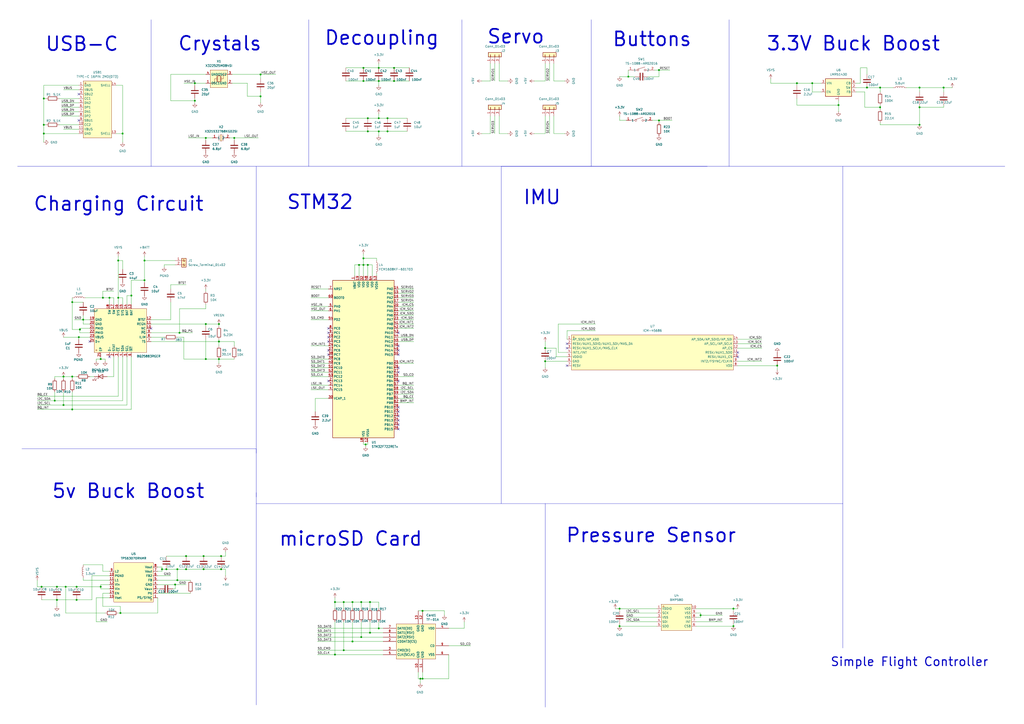
<source format=kicad_sch>
(kicad_sch (version 20250114) (generator "eeschema") (generator_version "9.0")
  (paper "A2")
  (lib_symbols
    (symbol "Connector:Screw_Terminal_01x02" (pin_names (offset 1.016) (hide yes))
      (property "Reference" "J" (at 0 2.54 0))
      (property "Value" "Screw_Terminal_01x02" (at 0 -5.08 0))
      (symbol "Screw_Terminal_01x02_1_1"
        (pin passive line (at -5.08 0 0) (length 3.81) (name "Pin_1") (number "1"))
        (pin passive line (at -5.08 -2.54 0) (length 3.81) (name "Pin_2") (number "2"))
      )
    )
    (symbol "Connector_Generic:Conn_01x03" (pin_names (offset 1.016) (hide yes))
      (property "Reference" "J" (at 0 5.08 0))
      (property "Value" "Conn_01x03" (at 0 -5.08 0))
      (symbol "Conn_01x03_1_1"
        (pin passive line (at -5.08 2.54 0) (length 3.81) (name "Pin_1") (number "1"))
        (pin passive line (at -5.08 0 0) (length 3.81) (name "Pin_2") (number "2"))
        (pin passive line (at -5.08 -2.54 0) (length 3.81) (name "Pin_3") (number "3"))
      )
    )
    (symbol "Device:C" (pin_numbers (hide yes)) (pin_names (offset 0.254))
      (property "Reference" "C" (at 0.635 2.54 0))
      (property "Value" "C" (at 0.635 -2.54 0))
      (symbol "C_1_1"
        (pin passive line (at 0 3.81 270) (length 2.794) (name "~") (number "1"))
        (pin passive line (at 0 -3.81 90) (length 2.794) (name "~") (number "2"))
      )
    )
    (symbol "Device:L" (pin_numbers (hide yes)) (pin_names (offset 1.016) (hide yes))
      (property "Reference" "L" (at -1.27 0 90))
      (property "Value" "L" (at 1.905 0 90))
      (symbol "L_1_1"
        (pin passive line (at 0 3.81 270) (length 1.27) (name "1") (number "1"))
        (pin passive line (at 0 -3.81 90) (length 1.27) (name "2") (number "2"))
      )
    )
    (symbol "Device:LED" (pin_numbers (hide yes)) (pin_names (offset 1.016) (hide yes))
      (property "Reference" "D" (at 0 2.54 0))
      (property "Value" "LED" (at 0 -2.54 0))
      (symbol "LED_1_1"
        (pin passive line (at -3.81 0 0) (length 2.54) (name "K") (number "1"))
        (pin passive line (at 3.81 0 180) (length 2.54) (name "A") (number "2"))
      )
    )
    (symbol "Device:R" (pin_numbers (hide yes)) (pin_names (offset 0))
      (property "Reference" "R" (at 2.032 0 90))
      (property "Value" "R" (at 0 0 90))
      (symbol "R_1_1"
        (pin passive line (at 0 3.81 270) (length 1.27) (name "~") (number "1"))
        (pin passive line (at 0 -3.81 90) (length 1.27) (name "~") (number "2"))
      )
    )
    (symbol "MCU_ST_STM32F7:STM32F722RETx"
      (property "Reference" "U" (at -17.78 46.99 0))
      (property "Value" "STM32F722RETx" (at 10.16 46.99 0))
      (symbol "STM32F722RETx_1_1"
        (pin input line (at -20.32 40.64 0) (length 2.54) (name "NRST") (number "7"))
        (pin input line (at -20.32 35.56 0) (length 2.54) (name "BOOT0") (number "60"))
        (pin bidirectional line (at -20.32 30.48 0) (length 2.54) (name "PH0") (number "5"))
        (pin bidirectional line (at -20.32 27.94 0) (length 2.54) (name "PH1") (number "6"))
        (pin bidirectional line (at -20.32 22.86 0) (length 2.54) (name "PD2") (number "54"))
        (pin bidirectional line (at -20.32 17.78 0) (length 2.54) (name "PC0") (number "8"))
        (pin bidirectional line (at -20.32 15.24 0) (length 2.54) (name "PC1") (number "9"))
        (pin bidirectional line (at -20.32 12.7 0) (length 2.54) (name "PC2") (number "10"))
        (pin bidirectional line (at -20.32 10.16 0) (length 2.54) (name "PC3") (number "11"))
        (pin bidirectional line (at -20.32 7.62 0) (length 2.54) (name "PC4") (number "24"))
        (pin bidirectional line (at -20.32 5.08 0) (length 2.54) (name "PC6") (number "37"))
        (pin bidirectional line (at -20.32 2.54 0) (length 2.54) (name "PC7") (number "38"))
        (pin bidirectional line (at -20.32 0 0) (length 2.54) (name "PC8") (number "39"))
        (pin bidirectional line (at -20.32 -2.54 0) (length 2.54) (name "PC9") (number "40"))
        (pin bidirectional line (at -20.32 -5.08 0) (length 2.54) (name "PC10") (number "51"))
        (pin bidirectional line (at -20.32 -7.62 0) (length 2.54) (name "PC11") (number "52"))
        (pin bidirectional line (at -20.32 -10.16 0) (length 2.54) (name "PC12") (number "53"))
        (pin bidirectional line (at -20.32 -12.7 0) (length 2.54) (name "PC13") (number "2"))
        (pin bidirectional line (at -20.32 -15.24 0) (length 2.54) (name "PC14") (number "3"))
        (pin bidirectional line (at -20.32 -17.78 0) (length 2.54) (name "PC15") (number "4"))
        (pin power_out line (at -20.32 -22.86 0) (length 2.54) (name "VCAP_1") (number "30"))
        (pin power_in line (at -5.08 48.26 270) (length 2.54) (name "VBAT") (number "1"))
        (pin power_in line (at -2.54 48.26 270) (length 2.54) (name "VDD") (number "19"))
        (pin power_in line (at 0 48.26 270) (length 2.54) (name "VDD") (number "32"))
        (pin power_in line (at 0 -48.26 90) (length 2.54) (name "VSS") (number "18"))
        (pin passive line (at 0 -48.26 90) (length 2.54) (hide yes) (name "VSS") (number "31"))
        (pin passive line (at 0 -48.26 90) (length 2.54) (hide yes) (name "VSS") (number "47"))
        (pin passive line (at 0 -48.26 90) (length 2.54) (hide yes) (name "VSS") (number "63"))
        (pin power_in line (at 2.54 48.26 270) (length 2.54) (name "VDD") (number "48"))
        (pin power_in line (at 2.54 -48.26 90) (length 2.54) (name "VSSA") (number "12"))
        (pin power_in line (at 5.08 48.26 270) (length 2.54) (name "VDD") (number "64"))
        (pin power_in line (at 7.62 48.26 270) (length 2.54) (name "VDDA") (number "13"))
        (pin bidirectional line (at 20.32 40.64 180) (length 2.54) (name "PA0") (number "14"))
        (pin bidirectional line (at 20.32 38.1 180) (length 2.54) (name "PA1") (number "15"))
        (pin bidirectional line (at 20.32 35.56 180) (length 2.54) (name "PA2") (number "16"))
        (pin bidirectional line (at 20.32 33.02 180) (length 2.54) (name "PA3") (number "17"))
        (pin bidirectional line (at 20.32 30.48 180) (length 2.54) (name "PA4") (number "20"))
        (pin bidirectional line (at 20.32 27.94 180) (length 2.54) (name "PA5") (number "21"))
        (pin bidirectional line (at 20.32 25.4 180) (length 2.54) (name "PA6") (number "22"))
        (pin bidirectional line (at 20.32 22.86 180) (length 2.54) (name "PA7") (number "23"))
        (pin bidirectional line (at 20.32 20.32 180) (length 2.54) (name "PA8") (number "41"))
        (pin bidirectional line (at 20.32 17.78 180) (length 2.54) (name "PA9") (number "42"))
        (pin bidirectional line (at 20.32 15.24 180) (length 2.54) (name "PA10") (number "43"))
        (pin bidirectional line (at 20.32 12.7 180) (length 2.54) (name "PA11") (number "44"))
        (pin bidirectional line (at 20.32 10.16 180) (length 2.54) (name "PA12") (number "45"))
        (pin bidirectional line (at 20.32 7.62 180) (length 2.54) (name "PA13") (number "46"))
        (pin bidirectional line (at 20.32 5.08 180) (length 2.54) (name "PA14") (number "49"))
        (pin bidirectional line (at 20.32 2.54 180) (length 2.54) (name "PA15") (number "50"))
        (pin bidirectional line (at 20.32 -2.54 180) (length 2.54) (name "PB0") (number "25"))
        (pin bidirectional line (at 20.32 -5.08 180) (length 2.54) (name "PB1") (number "26"))
        (pin bidirectional line (at 20.32 -7.62 180) (length 2.54) (name "PB2") (number "27"))
        (pin bidirectional line (at 20.32 -10.16 180) (length 2.54) (name "PB3") (number "55"))
        (pin bidirectional line (at 20.32 -12.7 180) (length 2.54) (name "PB4") (number "56"))
        (pin bidirectional line (at 20.32 -15.24 180) (length 2.54) (name "PB5") (number "57"))
        (pin bidirectional line (at 20.32 -17.78 180) (length 2.54) (name "PB6") (number "58"))
        (pin bidirectional line (at 20.32 -20.32 180) (length 2.54) (name "PB7") (number "59"))
        (pin bidirectional line (at 20.32 -22.86 180) (length 2.54) (name "PB8") (number "61"))
        (pin bidirectional line (at 20.32 -25.4 180) (length 2.54) (name "PB9") (number "62"))
        (pin bidirectional line (at 20.32 -27.94 180) (length 2.54) (name "PB10") (number "28"))
        (pin bidirectional line (at 20.32 -30.48 180) (length 2.54) (name "PB11") (number "29"))
        (pin bidirectional line (at 20.32 -33.02 180) (length 2.54) (name "PB12") (number "33"))
        (pin bidirectional line (at 20.32 -35.56 180) (length 2.54) (name "PB13") (number "34"))
        (pin bidirectional line (at 20.32 -38.1 180) (length 2.54) (name "PB14") (number "35"))
        (pin bidirectional line (at 20.32 -40.64 180) (length 2.54) (name "PB15") (number "36"))
      )
    )
    (symbol "Regulator_Switching:LMR51430"
      (property "Reference" "U" (at -7.62 6.35 0))
      (property "Value" "LMR51430" (at 0 6.35 0))
      (symbol "LMR51430_1_1"
        (pin power_in line (at -10.16 2.54 0) (length 2.54) (name "VIN") (number "3"))
        (pin input line (at -10.16 -2.54 0) (length 2.54) (name "EN") (number "5"))
        (pin power_in line (at 0 -7.62 90) (length 2.54) (name "GND") (number "1"))
        (pin passive line (at 10.16 2.54 180) (length 2.54) (name "CB") (number "6"))
        (pin power_out line (at 10.16 0 180) (length 2.54) (name "SW") (number "2"))
        (pin input line (at 10.16 -2.54 180) (length 2.54) (name "FB") (number "4"))
      )
    )
    (symbol "lcsc:BMP580"
      (property "Reference" "U" (at 0 10.16 0))
      (property "Value" "BMP580" (at 0 -10.16 0))
      (symbol "BMP580_0_1"
        (pin unspecified line (at -11.43 5.08 0) (length 2.54) (name "VDDIO") (number "1"))
        (pin unspecified line (at -11.43 2.54 0) (length 2.54) (name "SCK") (number "2"))
        (pin unspecified line (at -11.43 0 0) (length 2.54) (name "VSS") (number "3"))
        (pin unspecified line (at -11.43 -2.54 0) (length 2.54) (name "SDI") (number "4"))
        (pin unspecified line (at -11.43 -5.08 0) (length 2.54) (name "SDO") (number "5"))
        (pin unspecified line (at 11.43 5.08 180) (length 2.54) (name "VDD") (number "10"))
        (pin unspecified line (at 11.43 2.54 180) (length 2.54) (name "VSS") (number "9"))
        (pin unspecified line (at 11.43 0 180) (length 2.54) (name "VSS") (number "8"))
        (pin unspecified line (at 11.43 -2.54 180) (length 2.54) (name "INT") (number "7"))
        (pin unspecified line (at 11.43 -5.08 180) (length 2.54) (name "CSB") (number "6"))
      )
    )
    (symbol "lcsc:BQ25883RGER"
      (property "Reference" "U" (at 0 22.86 0))
      (property "Value" "BQ25883RGER" (at 0 -22.86 0))
      (symbol "BQ25883RGER_0_1"
        (pin unspecified line (at -15.24 11.43 0) (length 2.54) (name "EP") (number "25"))
        (pin unspecified line (at -15.24 6.35 0) (length 2.54) (name "D-") (number "1"))
        (pin unspecified line (at -15.24 3.81 0) (length 2.54) (name "STAT") (number "2"))
        (pin unspecified line (at -15.24 1.27 0) (length 2.54) (name "~{CE}") (number "3"))
        (pin unspecified line (at -15.24 -1.27 0) (length 2.54) (name "SDA") (number "4"))
        (pin unspecified line (at -15.24 -3.81 0) (length 2.54) (name "SCL") (number "5"))
        (pin unspecified line (at -15.24 -6.35 0) (length 2.54) (name "~{INT}") (number "6"))
        (pin unspecified line (at -6.35 17.78 270) (length 2.54) (name "D+") (number "24"))
        (pin unspecified line (at -6.35 -17.78 90) (length 2.54) (name "TS") (number "7"))
        (pin unspecified line (at -3.81 17.78 270) (length 2.54) (name "VBUS") (number "23"))
        (pin unspecified line (at -3.81 -17.78 90) (length 2.54) (name "ILIM") (number "8"))
        (pin unspecified line (at -1.27 17.78 270) (length 2.54) (name "PMID") (number "22"))
        (pin unspecified line (at -1.27 -17.78 90) (length 2.54) (name "~{PG}") (number "9"))
        (pin unspecified line (at 1.27 17.78 270) (length 2.54) (name "PMID") (number "21"))
        (pin unspecified line (at 1.27 -17.78 90) (length 2.54) (name "NC") (number "10"))
        (pin unspecified line (at 3.81 17.78 270) (length 2.54) (name "GND") (number "20"))
        (pin unspecified line (at 3.81 -17.78 90) (length 2.54) (name "REGN") (number "11"))
        (pin unspecified line (at 6.35 17.78 270) (length 2.54) (name "GND") (number "19"))
        (pin unspecified line (at 6.35 -17.78 90) (length 2.54) (name "BTST") (number "12"))
        (pin unspecified line (at 15.24 6.35 180) (length 2.54) (name "SW") (number "18"))
        (pin unspecified line (at 15.24 3.81 180) (length 2.54) (name "SW") (number "17"))
        (pin unspecified line (at 15.24 1.27 180) (length 2.54) (name "SYS") (number "16"))
        (pin unspecified line (at 15.24 -1.27 180) (length 2.54) (name "SYS") (number "15"))
        (pin unspecified line (at 15.24 -3.81 180) (length 2.54) (name "BAT") (number "14"))
        (pin unspecified line (at 15.24 -6.35 180) (length 2.54) (name "BAT") (number "13"))
      )
    )
    (symbol "lcsc:ICM-45686"
      (property "Reference" "U" (at 0 12.7 0))
      (property "Value" "ICM-45686" (at 0 -12.7 0))
      (symbol "ICM-45686_0_1"
        (pin unspecified line (at -49.53 7.62 0) (length 2.54) (name "AP_SDO/AP_AD0") (number "1"))
        (pin unspecified line (at -49.53 5.08 0) (length 2.54) (name "RESV/AUX1_SDIO/AUX1_SDI/MAS_DA") (number "2"))
        (pin unspecified line (at -49.53 2.54 0) (length 2.54) (name "RESV/AUX1_SCLK/MAS_CLK") (number "3"))
        (pin unspecified line (at -49.53 0 0) (length 2.54) (name "INT1/INT") (number "4"))
        (pin unspecified line (at -49.53 -2.54 0) (length 2.54) (name "VDDIO") (number "5"))
        (pin unspecified line (at -49.53 -5.08 0) (length 2.54) (name "GND") (number "6"))
        (pin unspecified line (at -49.53 -7.62 0) (length 2.54) (name "RESV") (number "7"))
        (pin unspecified line (at 49.53 7.62 180) (length 2.54) (name "AP_SDA/AP_SDIO/AP_SDI") (number "14"))
        (pin unspecified line (at 49.53 5.08 180) (length 2.54) (name "AP_SCL/AP_SCLK") (number "13"))
        (pin unspecified line (at 49.53 2.54 180) (length 2.54) (name "AP_CS") (number "12"))
        (pin unspecified line (at 49.53 0 180) (length 2.54) (name "RESV/AUX1_SDO") (number "11"))
        (pin unspecified line (at 49.53 -2.54 180) (length 2.54) (name "RESV/AUX1_CS") (number "10"))
        (pin unspecified line (at 49.53 -5.08 180) (length 2.54) (name "INT2/FSYNC/CLKIN") (number "9"))
        (pin unspecified line (at 49.53 -7.62 180) (length 2.54) (name "VDD") (number "8"))
      )
    )
    (symbol "lcsc:TF-01A"
      (property "Reference" "Card" (at 0 22.86 0))
      (property "Value" "TF-01A" (at 0 -22.86 0))
      (symbol "TF-01A_0_1"
        (pin bidirectional line (at -19.05 7.62 0) (length 7.62) (name "DAT0(D0)") (number "7"))
        (pin bidirectional line (at -19.05 5.08 0) (length 7.62) (name "DAT1(RSV)") (number "8"))
        (pin bidirectional line (at -19.05 2.54 0) (length 7.62) (name "DAT2(RSV)") (number "1"))
        (pin bidirectional line (at -19.05 0 0) (length 7.62) (name "CDDAT3(CS)") (number "2"))
        (pin input line (at -19.05 -5.08 0) (length 7.62) (name "CMD(DI)") (number "3"))
        (pin input line (at -19.05 -7.62 0) (length 7.62) (name "CLK(SCLK)") (number "5"))
        (pin input line (at 1.27 17.78 270) (length 7.62) (name "GND") (number "13"))
        (pin input line (at 1.27 -17.78 90) (length 7.62) (name "GND") (number "10"))
        (pin input line (at 3.81 17.78 270) (length 7.62) (name "GND") (number "12"))
        (pin input line (at 3.81 -17.78 90) (length 7.62) (name "GND") (number "11"))
        (pin input line (at 19.05 7.62 180) (length 7.62) (name "VDD") (number "4"))
        (pin input line (at 19.05 -2.54 180) (length 7.62) (name "CD") (number "9"))
        (pin input line (at 19.05 -7.62 180) (length 7.62) (name "VSS") (number "6"))
      )
    )
    (symbol "lcsc:TPS63070RNMR"
      (property "Reference" "U" (at 0 13.97 0))
      (property "Value" "TPS63070RNMR" (at 0 -13.97 0))
      (symbol "TPS63070RNMR_0_1"
        (pin unspecified line (at -13.97 8.89 0) (length 2.54) (name "PS/SYNC") (number "1"))
        (pin unspecified line (at -13.97 6.35 0) (length 2.54) (name "PG") (number "2"))
        (pin unspecified line (at -13.97 3.81 0) (length 2.54) (name "Vaux") (number "3"))
        (pin unspecified line (at -13.97 1.27 0) (length 2.54) (name "GND") (number "4"))
        (pin unspecified line (at -13.97 -1.27 0) (length 2.54) (name "FB") (number "5"))
        (pin unspecified line (at -13.97 -3.81 0) (length 2.54) (name "FB2") (number "6"))
        (pin unspecified line (at -13.97 -6.35 0) (length 2.54) (name "Vout") (number "7"))
        (pin unspecified line (at -13.97 -8.89 0) (length 2.54) (name "Vout") (number "8"))
        (pin unspecified line (at 13.97 8.89 180) (length 2.54) (name "Vsel") (number "15"))
        (pin unspecified line (at 13.97 6.35 180) (length 2.54) (name "EN") (number "14"))
        (pin unspecified line (at 13.97 3.81 180) (length 2.54) (name "Vin") (number "13"))
        (pin unspecified line (at 13.97 1.27 180) (length 2.54) (name "Vin") (number "12"))
        (pin unspecified line (at 13.97 -1.27 180) (length 2.54) (name "L1") (number "11"))
        (pin unspecified line (at 13.97 -3.81 180) (length 2.54) (name "PGND") (number "10"))
        (pin unspecified line (at 13.97 -6.35 180) (length 2.54) (name "L2") (number "9"))
      )
    )
    (symbol "lcsc:TS-1088-AR02016"
      (property "Reference" "SW" (at 0 5.08 0))
      (property "Value" "TS-1088-AR02016" (at 0 -5.08 0))
      (symbol "TS-1088-AR02016_0_1"
        (pin unspecified line (at -7.62 0 0) (length 2.54) (name "1") (number "1"))
        (pin unspecified line (at 7.62 0 180) (length 2.54) (name "2") (number "2"))
      )
    )
    (symbol "lcsc:TYPE-C16PIN2MD(073)"
      (property "Reference" "USB" (at 0 19.05 0))
      (property "Value" "TYPE-C 16PIN 2MD(073)" (at 0 -19.05 0))
      (symbol "TYPE-C16PIN2MD(073)_0_1"
        (pin unspecified line (at -11.43 13.97 0) (length 2.54) (name "GND") (number "1"))
        (pin unspecified line (at -11.43 11.43 0) (length 2.54) (name "VBUS") (number "2"))
        (pin unspecified line (at -11.43 8.89 0) (length 2.54) (name "SBU2") (number "3"))
        (pin unspecified line (at -11.43 6.35 0) (length 2.54) (name "CC1") (number "4"))
        (pin unspecified line (at -11.43 3.81 0) (length 2.54) (name "DN2") (number "5"))
        (pin unspecified line (at -11.43 1.27 0) (length 2.54) (name "DP1") (number "6"))
        (pin unspecified line (at -11.43 -1.27 0) (length 2.54) (name "DN1") (number "7"))
        (pin unspecified line (at -11.43 -3.81 0) (length 2.54) (name "DP2") (number "8"))
        (pin unspecified line (at -11.43 -6.35 0) (length 2.54) (name "SBU1") (number "9"))
        (pin unspecified line (at -11.43 -8.89 0) (length 2.54) (name "CC2") (number "10"))
        (pin unspecified line (at -11.43 -11.43 0) (length 2.54) (name "VBUS") (number "11"))
        (pin unspecified line (at -11.43 -13.97 0) (length 2.54) (name "GND") (number "12"))
        (pin unspecified line (at 10.16 13.97 180) (length 2.54) (name "SHELL") (number "14"))
        (pin unspecified line (at 10.16 -13.97 180) (length 2.54) (name "SHELL") (number "13"))
      )
    )
    (symbol "lcsc:X321532768KGD2SI"
      (property "Reference" "X" (at 0 5.08 0))
      (property "Value" "X321532768KGD2SI" (at 0 -5.08 0))
      (symbol "X321532768KGD2SI_0_1"
        (pin input line (at -5.08 0 0) (length 2.54) (name "1") (number "1"))
        (pin input line (at 5.08 0 180) (length 2.54) (name "2") (number "2"))
      )
    )
    (symbol "lcsc:X322525MOB4SI"
      (property "Reference" "X" (at 0 7.62 0))
      (property "Value" "X322525MOB4SI" (at 0 -7.62 0))
      (symbol "X322525MOB4SI_0_1"
        (pin unspecified line (at -7.62 2.54 0) (length 2.54) (name "GND") (number "4"))
        (pin unspecified line (at -7.62 -2.54 0) (length 2.54) (name "OSC1") (number "1"))
        (pin unspecified line (at 7.62 2.54 180) (length 2.54) (name "OSC2") (number "3"))
        (pin unspecified line (at 7.62 -2.54 180) (length 2.54) (name "GND") (number "2"))
      )
    )
    (symbol "power:+3.3V" (power) (pin_numbers (hide yes)) (pin_names (offset 0) (hide yes))
      (property "Value" "+3.3V" (at 0 3.556 0))
      (symbol "+3.3V_1_1"
        (pin power_in line (at 0 0 90) (length 0) (name "~") (number "1"))
      )
    )
    (symbol "power:+5V" (power) (pin_numbers (hide yes)) (pin_names (offset 0) (hide yes))
      (property "Value" "+5V" (at 0 3.556 0))
      (symbol "+5V_1_1"
        (pin power_in line (at 0 0 90) (length 0) (name "~") (number "1"))
      )
    )
    (symbol "power:+BATT" (power) (pin_numbers (hide yes)) (pin_names (offset 0) (hide yes))
      (property "Value" "+BATT" (at 0 3.556 0))
      (symbol "+BATT_1_1"
        (pin power_in line (at 0 0 90) (length 0) (name "~") (number "1"))
      )
    )
    (symbol "power:GND" (power) (pin_numbers (hide yes)) (pin_names (offset 0) (hide yes))
      (property "Value" "GND" (at 0 -3.81 0))
      (symbol "GND_1_1"
        (pin power_in line (at 0 0 270) (length 0) (name "~") (number "1"))
      )
    )
    (symbol "power:VBUS" (power) (pin_numbers (hide yes)) (pin_names (offset 0) (hide yes))
      (property "Value" "VBUS" (at 0 3.556 0))
      (symbol "VBUS_1_1"
        (pin power_in line (at 0 0 90) (length 0) (name "~") (number "1"))
      )
    )
  )
  (text "STM32" (at 185.674 117.348 0) (effects (font (size 8 8) (thickness 1))))
  (text "Crystals" (exclude_from_sim yes) (at 127.508 25.4 0) (effects (font (size 8 8) (thickness 1))))
  (text "Simple Flight Controller" (at 527.558 384.048 0) (effects (font (size 5 5) (thickness 0.625))))
  (text "3.3V Buck Boost" (at 495.046 25.4 0) (effects (font (size 8 8) (thickness 1))))
  (text "Buttons" (at 378.206 22.86 0) (effects (font (size 8 8) (thickness 1))))
  (text "Charging Circuit" (at 68.834 118.364 0) (effects (font (size 8 8) (thickness 1))))
  (text "USB-C" (at 47.498 25.654 0) (effects (font (size 8 8) (thickness 1))))
  (text "Decoupling" (at 221.488 22.098 0) (effects (font (size 8 8) (thickness 1))))
  (text "Servo" (at 299.212 21.336 0) (effects (font (size 8 8) (thickness 1))))
  (text "Pressure Sensor" (at 377.698 310.642 0) (effects (font (size 8 8) (thickness 1))))
  (text "5v Buck Boost" (at 74.422 284.988 0) (effects (font (size 8 8) (thickness 1))))
  (text "microSD Card" (at 203.454 312.674 0) (effects (font (size 8 8) (thickness 1))))
  (text "IMU" (at 314.452 114.554 0) (effects (font (size 8 8) (thickness 1))))
  (junction (at 228.6 39.37))
  (junction (at 119.38 187.96))
  (junction (at 209.55 369.57))
  (junction (at 83.82 151.13))
  (junction (at 359.41 363.22))
  (junction (at 382.27 69.85))
  (junction (at 104.14 193.04))
  (junction (at 63.5 172.72))
  (junction (at 25.4 72.39))
  (junction (at 102.87 330.2))
  (junction (at 224.79 68.58))
  (junction (at 33.02 347.98))
  (junction (at 204.47 372.11))
  (junction (at 425.45 363.22))
  (junction (at 245.11 393.7))
  (junction (at 219.71 39.37))
  (junction (at 113.03 48.26))
  (junction (at 210.82 149.86))
  (junction (at 119.38 80.01))
  (junction (at 533.4 72.39))
  (junction (at 119.38 208.28))
  (junction (at 83.82 162.56))
  (junction (at 214.63 349.25))
  (junction (at 214.63 367.03))
  (junction (at 213.36 76.2))
  (junction (at 58.42 340.36))
  (junction (at 113.03 58.42))
  (junction (at 194.31 349.25))
  (junction (at 510.54 50.8))
  (junction (at 210.82 46.99))
  (junction (at 36.83 234.95))
  (junction (at 450.85 212.09))
  (junction (at 228.6 46.99))
  (junction (at 209.55 349.25))
  (junction (at 59.69 172.72))
  (junction (at 364.49 44.45))
  (junction (at 45.72 195.58))
  (junction (at 107.95 330.2))
  (junction (at 38.1 340.36))
  (junction (at 36.83 218.44))
  (junction (at 425.45 353.06))
  (junction (at 58.42 208.28))
  (junction (at 219.71 76.2))
  (junction (at 102.87 336.55))
  (junction (at 194.31 379.73))
  (junction (at 212.09 257.81))
  (junction (at 243.84 393.7))
  (junction (at 486.41 60.96))
  (junction (at 510.54 62.23))
  (junction (at 46.355 191.135))
  (junction (at 24.13 340.36))
  (junction (at 93.98 330.2))
  (junction (at 127 208.28))
  (junction (at 101.6 339.09))
  (junction (at 41.91 218.44))
  (junction (at 382.27 40.64))
  (junction (at 224.79 76.2))
  (junction (at 41.91 237.49))
  (junction (at 359.41 353.06))
  (junction (at 462.28 48.26))
  (junction (at 68.58 151.13))
  (junction (at 204.47 349.25))
  (junction (at 245.11 354.33))
  (junction (at 533.4 50.8))
  (junction (at 406.4 356.87))
  (junction (at 151.13 43.18))
  (junction (at 135.89 80.01))
  (junction (at 502.92 50.8))
  (junction (at 316.23 209.55))
  (junction (at 213.36 68.58))
  (junction (at 25.4 77.47))
  (junction (at 219.71 364.49))
  (junction (at 71.12 77.47))
  (junction (at 128.27 330.2))
  (junction (at 210.82 153.67))
  (junction (at 213.36 153.67))
  (junction (at 128.27 322.58))
  (junction (at 316.23 201.93))
  (junction (at 151.13 55.88))
  (junction (at 547.37 50.8))
  (junction (at 208.28 153.67))
  (junction (at 44.45 340.36))
  (junction (at 471.17 48.26))
  (junction (at 48.26 185.42))
  (junction (at 25.4 57.15))
  (junction (at 219.71 68.58))
  (junction (at 96.52 330.2))
  (junction (at 76.2 171.45))
  (junction (at 118.11 322.58))
  (junction (at 210.82 39.37))
  (junction (at 107.95 322.58))
  (junction (at 44.45 347.98))
  (junction (at 199.39 377.19))
  (junction (at 533.4 62.23))
  (junction (at 219.71 46.99))
  (junction (at 68.58 172.72))
  (junction (at 69.85 355.6))
  (junction (at 31.75 232.41))
  (junction (at 41.91 175.26))
  (junction (at 33.02 340.36))
  (junction (at 127 187.96))
  (junction (at 127 198.12))
  (junction (at 118.11 330.2))
  (junction (at 199.39 349.25))
  (no_connect (at 231.14 213.36))
  (no_connect (at 231.14 248.92))
  (no_connect (at 87.63 190.5))
  (no_connect (at 52.07 198.12))
  (no_connect (at 45.72 54.61))
  (no_connect (at 427.99 204.47))
  (no_connect (at 328.93 199.39))
  (no_connect (at 231.14 205.74))
  (no_connect (at 190.5 220.98))
  (no_connect (at 231.14 241.3))
  (no_connect (at 427.99 207.01))
  (no_connect (at 231.14 238.76))
  (no_connect (at 231.14 220.98))
  (no_connect (at 231.14 243.84))
  (no_connect (at 231.14 236.22))
  (no_connect (at 190.5 198.12))
  (no_connect (at 231.14 246.38))
  (no_connect (at 231.14 203.2))
  (no_connect (at 190.5 205.74))
  (no_connect (at 190.5 193.04))
  (no_connect (at 231.14 193.04))
  (no_connect (at 190.5 195.58))
  (no_connect (at 190.5 190.5))
  (no_connect (at 328.93 212.09))
  (no_connect (at 63.5 207.01))
  (no_connect (at 45.72 69.85))
  (no_connect (at 231.14 215.9))
  (no_connect (at 328.93 201.93))
  (no_connect (at 231.14 200.66))
  (no_connect (at 190.5 203.2))
  (wire (pts (xy 215.9 153.67) (xy 215.9 160.02)))
  (wire (pts (xy 378.46 69.85) (xy 382.27 69.85)))
  (wire (pts (xy 21.59 340.36) (xy 24.13 340.36)))
  (wire (pts (xy 210.82 153.67) (xy 210.82 160.02)))
  (wire (pts (xy 134.62 43.18) (xy 151.13 43.18)))
  (wire (pts (xy 231.14 182.88) (xy 240.03 182.88)))
  (wire (pts (xy 99.06 167.64) (xy 99.06 165.1)))
  (wire (pts (xy 99.06 58.42) (xy 113.03 58.42)))
  (wire (pts (xy 212.09 257.81) (xy 212.09 259.08)))
  (wire (pts (xy 127 208.28) (xy 127 210.82)))
  (wire (pts (xy 501.65 62.23) (xy 510.54 62.23)))
  (wire (pts (xy 25.4 57.15) (xy 26.67 57.15)))
  (wire (pts (xy 279.4 77.47) (xy 284.48 77.47)))
  (wire (pts (xy 510.54 71.12) (xy 510.54 72.39)))
  (wire (pts (xy 59.69 172.72) (xy 49.53 172.72)))
  (wire (pts (xy 33.02 347.98) (xy 33.02 351.79)))
  (wire (pts (xy 151.13 43.18) (xy 151.13 45.72)))
  (wire (pts (xy 210.82 149.86) (xy 210.82 153.67)))
  (wire (pts (xy 260.35 379.73) (xy 260.35 393.7)))
  (wire (pts (xy 547.37 50.8) (xy 552.45 50.8)))
  (wire (pts (xy 425.45 363.22) (xy 425.45 361.95)))
  (wire (pts (xy 91.44 355.6) (xy 69.85 355.6)))
  (wire (pts (xy 180.34 213.36) (xy 190.5 213.36)))
  (wire (pts (xy 219.71 39.37) (xy 228.6 39.37)))
  (wire (pts (xy 213.36 76.2) (xy 219.71 76.2)))
  (wire (pts (xy 269.24 360.68) (xy 269.24 364.49)))
  (wire (pts (xy 52.07 193.04) (xy 46.355 193.04)))
  (wire (pts (xy 180.34 177.8) (xy 190.5 177.8)))
  (wire (pts (xy 33.02 340.36) (xy 24.13 340.36)))
  (wire (pts (xy 194.31 379.73) (xy 222.25 379.73)))
  (wire (pts (xy 119.38 176.53) (xy 119.38 179.07)))
  (wire (pts (xy 34.29 57.15) (xy 45.72 57.15)))
  (wire (pts (xy 68.58 151.13) (xy 68.58 172.72)))
  (wire (pts (xy 53.34 347.98) (xy 44.45 347.98)))
  (wire (pts (xy 48.26 327.66) (xy 59.69 327.66)))
  (wire (pts (xy 321.31 46.99) (xy 327.66 46.99)))
  (wire (pts (xy 190.5 231.14) (xy 182.88 231.14)))
  (wire (pts (xy 46.355 190.5) (xy 52.07 190.5)))
  (wire (pts (xy 359.41 44.45) (xy 364.49 44.45)))
  (wire (pts (xy 69.85 351.79) (xy 69.85 355.6)))
  (polyline (pts (xy 12.7 260.35) (xy 148.59 260.35)))
  (wire (pts (xy 403.86 358.14) (xy 406.4 358.14)))
  (wire (pts (xy 93.98 330.2) (xy 96.52 330.2)))
  (wire (pts (xy 359.41 353.06) (xy 359.41 354.33)))
  (wire (pts (xy 36.83 52.07) (xy 45.72 52.07)))
  (wire (pts (xy 110.49 344.17) (xy 91.44 344.17)))
  (wire (pts (xy 21.59 336.55) (xy 21.59 340.36)))
  (wire (pts (xy 279.4 46.99) (xy 284.48 46.99)))
  (wire (pts (xy 224.79 68.58) (xy 236.22 68.58)))
  (wire (pts (xy 231.14 233.68) (xy 240.03 233.68)))
  (wire (pts (xy 180.34 226.06) (xy 190.5 226.06)))
  (wire (pts (xy 119.38 187.96) (xy 127 187.96)))
  (polyline (pts (xy 488.95 292.1) (xy 488.95 375.92)))
  (wire (pts (xy 135.89 80.01) (xy 149.86 80.01)))
  (wire (pts (xy 321.31 77.47) (xy 327.66 77.47)))
  (wire (pts (xy 76.2 207.01) (xy 76.2 237.49)))
  (wire (pts (xy 21.59 237.49) (xy 41.91 237.49)))
  (wire (pts (xy 128.27 330.2) (xy 130.81 330.2)))
  (wire (pts (xy 363.22 355.6) (xy 381 355.6)))
  (wire (pts (xy 135.89 198.12) (xy 135.89 200.66)))
  (wire (pts (xy 199.39 360.68) (xy 199.39 377.19)))
  (wire (pts (xy 204.47 372.11) (xy 222.25 372.11)))
  (wire (pts (xy 102.87 336.55) (xy 110.49 336.55)))
  (wire (pts (xy 219.71 46.99) (xy 219.71 49.53)))
  (wire (pts (xy 104.14 193.04) (xy 104.14 179.07)))
  (wire (pts (xy 87.63 198.12) (xy 127 198.12)))
  (wire (pts (xy 289.56 77.47) (xy 294.64 77.47)))
  (wire (pts (xy 231.14 228.6) (xy 240.03 228.6)))
  (wire (pts (xy 180.34 167.64) (xy 190.5 167.64)))
  (wire (pts (xy 199.39 377.19) (xy 222.25 377.19)))
  (wire (pts (xy 533.4 62.23) (xy 533.4 60.96)))
  (polyline (pts (xy 290.83 96.52) (xy 410.21 96.52)))
  (wire (pts (xy 245.11 389.89) (xy 245.11 393.7)))
  (wire (pts (xy 71.12 151.13) (xy 71.12 156.21)))
  (wire (pts (xy 257.81 354.33) (xy 257.81 356.87)))
  (wire (pts (xy 316.23 46.99) (xy 316.23 36.83)))
  (wire (pts (xy 287.02 77.47) (xy 287.02 67.31)))
  (wire (pts (xy 359.41 361.95) (xy 359.41 363.22)))
  (wire (pts (xy 53.34 334.01) (xy 53.34 347.98)))
  (wire (pts (xy 231.14 172.72) (xy 240.03 172.72)))
  (wire (pts (xy 76.2 162.56) (xy 83.82 162.56)))
  (wire (pts (xy 63.5 346.71) (xy 55.88 346.71)))
  (wire (pts (xy 184.15 364.49) (xy 219.71 364.49)))
  (wire (pts (xy 200.66 46.99) (xy 210.82 46.99)))
  (wire (pts (xy 180.34 218.44) (xy 190.5 218.44)))
  (wire (pts (xy 59.69 331.47) (xy 63.5 331.47)))
  (wire (pts (xy 231.14 231.14) (xy 240.03 231.14)))
  (wire (pts (xy 214.63 349.25) (xy 219.71 349.25)))
  (wire (pts (xy 321.31 46.99) (xy 321.31 36.83)))
  (wire (pts (xy 328.93 207.01) (xy 322.58 207.01)))
  (wire (pts (xy 45.72 49.53) (xy 25.4 49.53)))
  (wire (pts (xy 102.87 330.2) (xy 102.87 336.55)))
  (wire (pts (xy 41.91 218.44) (xy 41.91 219.71)))
  (wire (pts (xy 364.49 44.45) (xy 368.3 44.45)))
  (wire (pts (xy 231.14 223.52) (xy 240.03 223.52)))
  (wire (pts (xy 219.71 360.68) (xy 219.71 364.49)))
  (wire (pts (xy 194.31 349.25) (xy 194.31 353.06)))
  (wire (pts (xy 403.86 360.68) (xy 419.1 360.68)))
  (wire (pts (xy 180.34 208.28) (xy 190.5 208.28)))
  (wire (pts (xy 99.06 43.18) (xy 99.06 58.42)))
  (polyline (pts (xy 179.07 11.43) (xy 179.07 96.52)))
  (wire (pts (xy 48.26 185.42) (xy 52.07 185.42)))
  (wire (pts (xy 52.07 218.44) (xy 54.61 218.44)))
  (wire (pts (xy 130.81 330.2) (xy 130.81 334.01)))
  (polyline (pts (xy 148.59 96.52) (xy 148.59 288.29)))
  (wire (pts (xy 119.38 208.28) (xy 127 208.28)))
  (wire (pts (xy 151.13 53.34) (xy 151.13 55.88)))
  (wire (pts (xy 364.49 40.64) (xy 364.49 44.45)))
  (wire (pts (xy 76.2 171.45) (xy 76.2 162.56)))
  (wire (pts (xy 36.83 234.95) (xy 73.66 234.95)))
  (wire (pts (xy 328.93 204.47) (xy 323.85 204.47)))
  (wire (pts (xy 200.66 39.37) (xy 210.82 39.37)))
  (wire (pts (xy 462.28 57.15) (xy 462.28 60.96)))
  (wire (pts (xy 41.91 218.44) (xy 44.45 218.44)))
  (wire (pts (xy 224.79 76.2) (xy 236.22 76.2)))
  (wire (pts (xy 406.4 358.14) (xy 406.4 356.87)))
  (wire (pts (xy 218.44 158.75) (xy 218.44 160.02)))
  (wire (pts (xy 525.78 50.8) (xy 533.4 50.8)))
  (wire (pts (xy 243.84 393.7) (xy 245.11 393.7)))
  (wire (pts (xy 284.48 46.99) (xy 284.48 36.83)))
  (wire (pts (xy 328.93 196.85) (xy 328.93 191.77)))
  (wire (pts (xy 200.66 76.2) (xy 213.36 76.2)))
  (wire (pts (xy 104.14 193.04) (xy 111.76 193.04)))
  (wire (pts (xy 36.83 195.58) (xy 45.72 195.58)))
  (wire (pts (xy 499.11 48.26) (xy 499.11 39.37)))
  (wire (pts (xy 63.5 341.63) (xy 58.42 341.63)))
  (wire (pts (xy 106.68 48.26) (xy 113.03 48.26)))
  (wire (pts (xy 67.31 49.53) (xy 71.12 49.53)))
  (wire (pts (xy 199.39 349.25) (xy 199.39 353.06)))
  (wire (pts (xy 113.03 48.26) (xy 119.38 48.26)))
  (wire (pts (xy 55.88 360.68) (xy 62.23 360.68)))
  (wire (pts (xy 228.6 39.37) (xy 237.49 39.37)))
  (wire (pts (xy 109.22 80.01) (xy 119.38 80.01)))
  (wire (pts (xy 127 208.28) (xy 135.89 208.28)))
  (wire (pts (xy 204.47 349.25) (xy 209.55 349.25)))
  (wire (pts (xy 63.5 334.01) (xy 53.34 334.01)))
  (wire (pts (xy 501.65 53.34) (xy 501.65 62.23)))
  (wire (pts (xy 100.33 341.63) (xy 101.6 341.63)))
  (wire (pts (xy 379.73 40.64) (xy 382.27 40.64)))
  (wire (pts (xy 63.5 339.09) (xy 58.42 339.09)))
  (wire (pts (xy 213.36 68.58) (xy 219.71 68.58)))
  (polyline (pts (xy 148.59 260.35) (xy 148.59 262.89)))
  (wire (pts (xy 209.55 360.68) (xy 209.55 369.57)))
  (wire (pts (xy 66.04 207.01) (xy 66.04 218.44)))
  (wire (pts (xy 180.34 215.9) (xy 190.5 215.9)))
  (wire (pts (xy 318.77 77.47) (xy 318.77 67.31)))
  (wire (pts (xy 46.355 190.5) (xy 46.355 191.135)))
  (wire (pts (xy 25.4 77.47) (xy 45.72 77.47)))
  (wire (pts (xy 71.12 77.47) (xy 71.12 82.55)))
  (wire (pts (xy 214.63 360.68) (xy 214.63 367.03)))
  (wire (pts (xy 462.28 60.96) (xy 486.41 60.96)))
  (wire (pts (xy 180.34 223.52) (xy 190.5 223.52)))
  (wire (pts (xy 21.59 232.41) (xy 31.75 232.41)))
  (wire (pts (xy 58.42 340.36) (xy 44.45 340.36)))
  (wire (pts (xy 83.82 148.59) (xy 83.82 151.13)))
  (polyline (pts (xy 10.16 96.52) (xy 410.21 96.52)))
  (wire (pts (xy 180.34 180.34) (xy 190.5 180.34)))
  (wire (pts (xy 58.42 207.01) (xy 58.42 208.28)))
  (wire (pts (xy 219.71 76.2) (xy 219.71 78.74)))
  (wire (pts (xy 359.41 363.22) (xy 381 363.22)))
  (wire (pts (xy 36.83 227.33) (xy 36.83 234.95)))
  (wire (pts (xy 55.88 208.28) (xy 58.42 208.28)))
  (wire (pts (xy 533.4 53.34) (xy 533.4 50.8)))
  (wire (pts (xy 425.45 353.06) (xy 403.86 353.06)))
  (wire (pts (xy 231.14 226.06) (xy 240.03 226.06)))
  (wire (pts (xy 363.22 358.14) (xy 381 358.14)))
  (wire (pts (xy 35.56 67.31) (xy 45.72 67.31)))
  (wire (pts (xy 55.88 346.71) (xy 55.88 360.68)))
  (wire (pts (xy 119.38 80.01) (xy 119.38 81.28)))
  (wire (pts (xy 119.38 196.85) (xy 119.38 208.28)))
  (wire (pts (xy 219.71 364.49) (xy 222.25 364.49)))
  (wire (pts (xy 231.14 190.5) (xy 240.03 190.5)))
  (wire (pts (xy 101.6 153.67) (xy 95.25 153.67)))
  (wire (pts (xy 43.18 185.42) (xy 48.26 185.42)))
  (wire (pts (xy 427.99 353.06) (xy 425.45 353.06)))
  (wire (pts (xy 184.15 379.73) (xy 194.31 379.73)))
  (wire (pts (xy 219.71 46.99) (xy 228.6 46.99)))
  (polyline (pts (xy 422.91 96.52) (xy 582.93 96.52)))
  (wire (pts (xy 209.55 349.25) (xy 214.63 349.25)))
  (wire (pts (xy 499.11 39.37) (xy 502.92 39.37)))
  (wire (pts (xy 130.81 320.04) (xy 130.81 322.58)))
  (wire (pts (xy 71.12 49.53) (xy 71.12 77.47)))
  (wire (pts (xy 91.44 341.63) (xy 92.71 341.63)))
  (wire (pts (xy 427.99 199.39) (xy 441.96 199.39)))
  (polyline (pts (xy 316.23 292.1) (xy 316.23 410.21)))
  (wire (pts (xy 127 198.12) (xy 135.89 198.12)))
  (wire (pts (xy 180.34 172.72) (xy 190.5 172.72)))
  (wire (pts (xy 231.14 210.82) (xy 240.03 210.82)))
  (wire (pts (xy 210.82 46.99) (xy 219.71 46.99)))
  (wire (pts (xy 118.11 322.58) (xy 128.27 322.58)))
  (wire (pts (xy 135.89 80.01) (xy 135.89 81.28)))
  (polyline (pts (xy 267.97 12.7) (xy 267.97 96.52)))
  (wire (pts (xy 382.27 40.64) (xy 382.27 44.45)))
  (wire (pts (xy 316.23 77.47) (xy 316.23 67.31)))
  (wire (pts (xy 119.38 167.64) (xy 119.38 168.91)))
  (wire (pts (xy 510.54 50.8) (xy 518.16 50.8)))
  (wire (pts (xy 476.25 48.26) (xy 471.17 48.26)))
  (wire (pts (xy 63.5 172.72) (xy 59.69 172.72)))
  (wire (pts (xy 68.58 172.72) (xy 68.58 176.53)))
  (wire (pts (xy 25.4 72.39) (xy 25.4 77.47)))
  (wire (pts (xy 533.4 50.8) (xy 547.37 50.8)))
  (wire (pts (xy 87.63 193.04) (xy 104.14 193.04)))
  (wire (pts (xy 180.34 185.42) (xy 190.5 185.42)))
  (wire (pts (xy 68.58 148.59) (xy 68.58 151.13)))
  (wire (pts (xy 496.57 48.26) (xy 499.11 48.26)))
  (wire (pts (xy 96.52 330.2) (xy 102.87 330.2)))
  (wire (pts (xy 127 198.12) (xy 127 200.66)))
  (wire (pts (xy 58.42 340.36) (xy 58.42 341.63)))
  (wire (pts (xy 95.25 153.67) (xy 95.25 154.94)))
  (wire (pts (xy 118.11 330.2) (xy 128.27 330.2)))
  (wire (pts (xy 76.2 171.45) (xy 76.2 176.53)))
  (wire (pts (xy 316.23 198.12) (xy 316.23 201.93)))
  (wire (pts (xy 231.14 177.8) (xy 240.03 177.8)))
  (wire (pts (xy 510.54 50.8) (xy 510.54 53.34)))
  (wire (pts (xy 502.92 39.37) (xy 502.92 43.18)))
  (wire (pts (xy 59.69 168.91) (xy 66.04 168.91)))
  (wire (pts (xy 533.4 62.23) (xy 547.37 62.23)))
  (wire (pts (xy 218.44 151.13) (xy 218.44 149.86)))
  (wire (pts (xy 143.51 48.26) (xy 143.51 55.88)))
  (wire (pts (xy 476.25 53.34) (xy 471.17 53.34)))
  (wire (pts (xy 36.83 218.44) (xy 41.91 218.44)))
  (wire (pts (xy 41.91 175.26) (xy 48.26 175.26)))
  (wire (pts (xy 547.37 62.23) (xy 547.37 60.96)))
  (wire (pts (xy 204.47 349.25) (xy 204.47 353.06)))
  (polyline (pts (xy 87.63 11.43) (xy 87.63 96.52)))
  (wire (pts (xy 71.12 176.53) (xy 71.12 172.72)))
  (wire (pts (xy 219.71 36.83) (xy 219.71 39.37)))
  (wire (pts (xy 113.03 58.42) (xy 113.03 59.69)))
  (wire (pts (xy 102.87 330.2) (xy 107.95 330.2)))
  (wire (pts (xy 228.6 46.99) (xy 237.49 46.99)))
  (wire (pts (xy 93.98 328.93) (xy 93.98 330.2)))
  (wire (pts (xy 133.35 80.01) (xy 135.89 80.01)))
  (wire (pts (xy 471.17 53.34) (xy 471.17 48.26)))
  (wire (pts (xy 510.54 62.23) (xy 510.54 63.5)))
  (wire (pts (xy 21.59 234.95) (xy 36.83 234.95)))
  (wire (pts (xy 502.92 50.8) (xy 510.54 50.8)))
  (wire (pts (xy 107.95 322.58) (xy 118.11 322.58)))
  (wire (pts (xy 231.14 170.18) (xy 240.03 170.18)))
  (wire (pts (xy 36.83 74.93) (xy 45.72 74.93)))
  (wire (pts (xy 41.91 191.135) (xy 46.355 191.135)))
  (wire (pts (xy 134.62 48.26) (xy 143.51 48.26)))
  (wire (pts (xy 496.57 50.8) (xy 502.92 50.8)))
  (wire (pts (xy 210.82 153.67) (xy 213.36 153.67)))
  (wire (pts (xy 38.1 340.36) (xy 33.02 340.36)))
  (wire (pts (xy 231.14 175.26) (xy 240.03 175.26)))
  (wire (pts (xy 25.4 77.47) (xy 25.4 82.55)))
  (polyline (pts (xy 148.59 292.1) (xy 488.95 292.1)))
  (wire (pts (xy 231.14 198.12) (xy 240.03 198.12)))
  (wire (pts (xy 48.26 336.55) (xy 48.26 335.28)))
  (wire (pts (xy 48.26 185.42) (xy 48.26 187.96)))
  (wire (pts (xy 31.75 232.41) (xy 71.12 232.41)))
  (polyline (pts (xy 267.97 11.43) (xy 267.97 12.7)))
  (wire (pts (xy 66.04 176.53) (xy 66.04 172.72)))
  (wire (pts (xy 213.36 257.81) (xy 213.36 256.54)))
  (wire (pts (xy 425.45 354.33) (xy 425.45 353.06)))
  (wire (pts (xy 316.23 209.55) (xy 316.23 213.36)))
  (wire (pts (xy 45.72 195.58) (xy 52.07 195.58)))
  (wire (pts (xy 68.58 151.13) (xy 71.12 151.13)))
  (wire (pts (xy 289.56 77.47) (xy 289.56 67.31)))
  (wire (pts (xy 359.41 67.31) (xy 359.41 69.85)))
  (wire (pts (xy 25.4 49.53) (xy 25.4 57.15)))
  (wire (pts (xy 194.31 349.25) (xy 199.39 349.25)))
  (wire (pts (xy 83.82 151.13) (xy 101.6 151.13)))
  (wire (pts (xy 182.88 231.14) (xy 182.88 238.76)))
  (wire (pts (xy 99.06 175.26) (xy 99.06 185.42)))
  (wire (pts (xy 38.1 355.6) (xy 38.1 340.36)))
  (wire (pts (xy 91.44 346.71) (xy 91.44 355.6)))
  (wire (pts (xy 231.14 167.64) (xy 240.03 167.64)))
  (wire (pts (xy 486.41 60.96) (xy 486.41 64.77)))
  (wire (pts (xy 260.35 393.7) (xy 245.11 393.7)))
  (wire (pts (xy 382.27 40.64) (xy 388.62 40.64)))
  (wire (pts (xy 328.93 191.77) (xy 345.44 191.77)))
  (wire (pts (xy 213.36 153.67) (xy 213.36 160.02)))
  (wire (pts (xy 381 353.06) (xy 359.41 353.06)))
  (wire (pts (xy 309.88 77.47) (xy 316.23 77.47)))
  (wire (pts (xy 321.31 77.47) (xy 321.31 67.31)))
  (wire (pts (xy 59.69 351.79) (xy 69.85 351.79)))
  (wire (pts (xy 403.86 355.6) (xy 406.4 355.6)))
  (wire (pts (xy 205.74 153.67) (xy 208.28 153.67)))
  (wire (pts (xy 63.5 176.53) (xy 63.5 172.72)))
  (wire (pts (xy 284.48 77.47) (xy 284.48 67.31)))
  (wire (pts (xy 184.15 367.03) (xy 214.63 367.03)))
  (polyline (pts (xy 488.95 292.1) (xy 488.95 96.52)))
  (wire (pts (xy 427.99 196.85) (xy 441.96 196.85)))
  (wire (pts (xy 63.5 344.17) (xy 59.69 344.17)))
  (wire (pts (xy 375.92 44.45) (xy 382.27 44.45)))
  (wire (pts (xy 289.56 46.99) (xy 294.64 46.99)))
  (wire (pts (xy 83.82 163.83) (xy 83.82 162.56)))
  (wire (pts (xy 231.14 185.42) (xy 240.03 185.42)))
  (wire (pts (xy 91.44 336.55) (xy 102.87 336.55)))
  (wire (pts (xy 67.31 77.47) (xy 71.12 77.47)))
  (wire (pts (xy 209.55 369.57) (xy 222.25 369.57)))
  (wire (pts (xy 231.14 180.34) (xy 240.03 180.34)))
  (wire (pts (xy 427.99 212.09) (xy 450.85 212.09)))
  (wire (pts (xy 547.37 53.34) (xy 547.37 50.8)))
  (wire (pts (xy 119.38 80.01) (xy 123.19 80.01)))
  (wire (pts (xy 104.14 179.07) (xy 119.38 179.07)))
  (wire (pts (xy 41.91 227.33) (xy 41.91 237.49)))
  (wire (pts (xy 205.74 160.02) (xy 205.74 153.67)))
  (wire (pts (xy 242.57 354.33) (xy 245.11 354.33)))
  (wire (pts (xy 510.54 72.39) (xy 533.4 72.39)))
  (wire (pts (xy 151.13 43.18) (xy 160.02 43.18)))
  (wire (pts (xy 450.85 212.09) (xy 450.85 214.63)))
  (wire (pts (xy 48.26 182.88) (xy 48.26 185.42)))
  (wire (pts (xy 219.71 66.04) (xy 219.71 68.58)))
  (wire (pts (xy 242.57 393.7) (xy 243.84 393.7)))
  (wire (pts (xy 93.98 330.2) (xy 93.98 331.47)))
  (wire (pts (xy 382.27 69.85) (xy 389.89 69.85)))
  (wire (pts (xy 260.35 364.49) (xy 269.24 364.49)))
  (wire (pts (xy 184.15 369.57) (xy 209.55 369.57)))
  (wire (pts (xy 46.355 193.04) (xy 46.355 191.135)))
  (wire (pts (xy 96.52 322.58) (xy 107.95 322.58)))
  (wire (pts (xy 71.12 172.72) (xy 68.58 172.72)))
  (wire (pts (xy 35.56 64.77) (xy 45.72 64.77)))
  (wire (pts (xy 128.27 322.58) (xy 130.81 322.58)))
  (wire (pts (xy 60.96 355.6) (xy 38.1 355.6)))
  (wire (pts (xy 87.63 185.42) (xy 99.06 185.42)))
  (wire (pts (xy 242.57 389.89) (xy 242.57 393.7)))
  (wire (pts (xy 210.82 39.37) (xy 219.71 39.37)))
  (wire (pts (xy 204.47 360.68) (xy 204.47 372.11)))
  (wire (pts (xy 533.4 72.39) (xy 533.4 62.23)))
  (wire (pts (xy 113.03 48.26) (xy 113.03 49.53)))
  (wire (pts (xy 363.22 69.85) (xy 359.41 69.85)))
  (polyline (pts (xy 422.91 11.43) (xy 422.91 96.52)))
  (wire (pts (xy 318.77 46.99) (xy 318.77 36.83)))
  (wire (pts (xy 60.96 208.28) (xy 60.96 209.55)))
  (wire (pts (xy 31.75 218.44) (xy 36.83 218.44)))
  (wire (pts (xy 231.14 195.58) (xy 240.03 195.58)))
  (wire (pts (xy 52.07 187.96) (xy 48.26 187.96)))
  (wire (pts (xy 212.09 257.81) (xy 213.36 257.81)))
  (wire (pts (xy 200.66 68.58) (xy 213.36 68.58)))
  (wire (pts (xy 486.41 58.42) (xy 486.41 60.96)))
  (wire (pts (xy 106.68 195.58) (xy 106.68 208.28)))
  (wire (pts (xy 119.38 43.18) (xy 99.06 43.18)))
  (wire (pts (xy 184.15 372.11) (xy 204.47 372.11)))
  (wire (pts (xy 127 196.85) (xy 127 198.12)))
  (wire (pts (xy 101.6 341.63) (xy 101.6 339.09)))
  (wire (pts (xy 208.28 153.67) (xy 210.82 153.67)))
  (wire (pts (xy 102.87 195.58) (xy 106.68 195.58)))
  (wire (pts (xy 462.28 48.26) (xy 447.04 48.26)))
  (wire (pts (xy 180.34 200.66) (xy 190.5 200.66)))
  (wire (pts (xy 323.85 187.96) (xy 345.44 187.96)))
  (wire (pts (xy 214.63 349.25) (xy 214.63 353.06)))
  (wire (pts (xy 91.44 331.47) (xy 93.98 331.47)))
  (wire (pts (xy 41.91 175.26) (xy 41.91 172.72)))
  (wire (pts (xy 69.85 355.6) (xy 68.58 355.6)))
  (wire (pts (xy 210.82 256.54) (xy 210.82 257.81)))
  (wire (pts (xy 219.71 76.2) (xy 224.79 76.2)))
  (wire (pts (xy 91.44 328.93) (xy 93.98 328.93)))
  (wire (pts (xy 21.59 229.87) (xy 68.58 229.87)))
  (wire (pts (xy 316.23 209.55) (xy 328.93 209.55)))
  (wire (pts (xy 63.5 336.55) (xy 48.26 336.55)))
  (wire (pts (xy 55.88 208.28) (xy 55.88 209.55)))
  (wire (pts (xy 199.39 349.25) (xy 204.47 349.25)))
  (wire (pts (xy 289.56 46.99) (xy 289.56 36.83)))
  (wire (pts (xy 213.36 153.67) (xy 215.9 153.67)))
  (wire (pts (xy 83.82 151.13) (xy 83.82 162.56)))
  (wire (pts (xy 113.03 57.15) (xy 113.03 58.42)))
  (wire (pts (xy 58.42 208.28) (xy 60.96 208.28)))
  (wire (pts (xy 406.4 356.87) (xy 419.1 356.87)))
  (wire (pts (xy 210.82 147.32) (xy 210.82 149.86)))
  (wire (pts (xy 101.6 339.09) (xy 107.95 339.09)))
  (wire (pts (xy 59.69 327.66) (xy 59.69 331.47)))
  (polyline (pts (xy 342.9 11.43) (xy 342.9 96.52)))
  (wire (pts (xy 87.63 187.96) (xy 119.38 187.96)))
  (wire (pts (xy 180.34 210.82) (xy 190.5 210.82)))
  (wire (pts (xy 44.45 340.36) (xy 38.1 340.36)))
  (wire (pts (xy 36.83 218.44) (xy 36.83 219.71)))
  (wire (pts (xy 323.85 204.47) (xy 323.85 187.96)))
  (polyline (pts (xy 290.83 96.52) (xy 290.83 292.1)))
  (wire (pts (xy 73.66 171.45) (xy 76.2 171.45)))
  (wire (pts (xy 73.66 176.53) (xy 73.66 171.45)))
  (wire (pts (xy 58.42 339.09) (xy 58.42 340.36)))
  (wire (pts (xy 427.99 209.55) (xy 441.96 209.55)))
  (wire (pts (xy 73.66 207.01) (xy 73.66 234.95)))
  (wire (pts (xy 25.4 57.15) (xy 25.4 72.39)))
  (wire (pts (xy 209.55 349.25) (xy 209.55 353.06)))
  (wire (pts (xy 287.02 46.99) (xy 287.02 36.83)))
  (wire (pts (xy 87.63 195.58) (xy 95.25 195.58)))
  (wire (pts (xy 219.71 349.25) (xy 219.71 353.06)))
  (wire (pts (xy 143.51 55.88) (xy 151.13 55.88)))
  (wire (pts (xy 194.31 360.68) (xy 194.31 379.73)))
  (wire (pts (xy 31.75 227.33) (xy 31.75 232.41)))
  (wire (pts (xy 41.91 237.49) (xy 76.2 237.49)))
  (wire (pts (xy 322.58 201.93) (xy 316.23 201.93)))
  (polyline (pts (xy 148.59 285.75) (xy 148.59 408.94)))
  (wire (pts (xy 33.02 347.98) (xy 24.13 347.98)))
  (wire (pts (xy 107.95 330.2) (xy 118.11 330.2)))
  (wire (pts (xy 91.44 339.09) (xy 101.6 339.09)))
  (wire (pts (xy 41.91 191.135) (xy 41.91 175.26)))
  (wire (pts (xy 59.69 172.72) (xy 59.69 168.91)))
  (wire (pts (xy 34.29 72.39) (xy 45.72 72.39)))
  (wire (pts (xy 127 187.96) (xy 127 189.23)))
  (wire (pts (xy 219.71 68.58) (xy 224.79 68.58)))
  (wire (pts (xy 25.4 72.39) (xy 26.67 72.39)))
  (wire (pts (xy 44.45 347.98) (xy 33.02 347.98)))
  (wire (pts (xy 184.15 377.19) (xy 199.39 377.19)))
  (wire (pts (xy 471.17 48.26) (xy 462.28 48.26)))
  (wire (pts (xy 218.44 149.86) (xy 210.82 149.86)))
  (wire (pts (xy 462.28 48.26) (xy 462.28 49.53)))
  (wire (pts (xy 31.75 218.44) (xy 31.75 219.71)))
  (wire (pts (xy 59.69 344.17) (xy 59.69 351.79)))
  (wire (pts (xy 510.54 60.96) (xy 510.54 62.23)))
  (wire (pts (xy 68.58 207.01) (xy 68.58 229.87)))
  (wire (pts (xy 35.56 59.69) (xy 45.72 59.69)))
  (wire (pts (xy 231.14 187.96) (xy 240.03 187.96)))
  (wire (pts (xy 210.82 257.81) (xy 212.09 257.81)))
  (wire (pts (xy 447.04 45.72) (xy 447.04 48.26)))
  (wire (pts (xy 363.22 360.68) (xy 381 360.68)))
  (wire (pts (xy 99.06 165.1) (xy 107.95 165.1)))
  (wire (pts (xy 106.68 208.28) (xy 119.38 208.28)))
  (wire (pts (xy 91.44 334.01) (xy 99.06 334.01)))
  (wire (pts (xy 62.23 218.44) (xy 66.04 218.44)))
  (wire (pts (xy 427.99 201.93) (xy 441.96 201.93)))
  (wire (pts (xy 66.04 172.72) (xy 63.5 172.72)))
  (wire (pts (xy 406.4 355.6) (xy 406.4 356.87)))
  (wire (pts (xy 356.87 353.06) (xy 359.41 353.06)))
  (wire (pts (xy 119.38 187.96) (xy 119.38 189.23)))
  (wire (pts (xy 208.28 153.67) (xy 208.28 160.02)))
  (polyline (pts (xy 410.21 96.52) (xy 422.91 96.52)))
  (wire (pts (xy 243.84 393.7) (xy 243.84 396.24)))
  (wire (pts (xy 71.12 207.01) (xy 71.12 232.41)))
  (wire (pts (xy 322.58 207.01) (xy 322.58 201.93)))
  (wire (pts (xy 382.27 69.85) (xy 382.27 71.12)))
  (wire (pts (xy 403.86 363.22) (xy 425.45 363.22)))
  (wire (pts (xy 35.56 62.23) (xy 45.72 62.23)))
  (wire (pts (xy 151.13 55.88) (xy 151.13 59.69)))
  (wire (pts (xy 309.88 46.99) (xy 316.23 46.99)))
  (wire (pts (xy 245.11 354.33) (xy 257.81 354.33)))
  (wire (pts (xy 194.31 346.71) (xy 194.31 349.25)))
  (wire (pts (xy 260.35 374.65) (xy 273.05 374.65)))
  (wire (pts (xy 231.14 218.44) (xy 240.03 218.44)))
  (wire (pts (xy 45.72 195.58) (xy 45.72 196.85)))
  (wire (pts (xy 496.57 53.34) (xy 501.65 53.34)))
  (wire (pts (xy 214.63 367.03) (xy 222.25 367.03)))
  (label "ICM_SCK" (at 240.03 180.34 180))
  (label "SERVO1" (at 287.02 46.99 90))
  (label "BMP_INT" (at 240.03 233.68 180))
  (label "I2C_SDA" (at 21.59 232.41 0))
  (label "BQ_INT" (at 21.59 237.49 0))
  (label "I2C_SCL" (at 21.59 234.95 0))
  (label "ICM_INT1" (at 345.44 187.96 180))
  (label "ICM_SDO" (at 345.44 191.77 180))
  (label "ICM_INT2" (at 441.96 209.55 180))
  (label "ICM_CS" (at 441.96 201.93 180))
  (label "ICM_SCK" (at 441.96 199.39 180))
  (label "ICM_SDI" (at 441.96 196.85 180))
  (label "I2C_SCL" (at 240.03 226.06 180))
  (label "VBUS" (at 36.83 74.93 0))
  (label "HSE_OUT" (at 180.34 180.34 0))
  (label "BQ_INT" (at 240.03 223.52 180))
  (label "SERVO1" (at 240.03 167.64 180))
  (label "BQ_CE" (at 21.59 229.87 0))
  (label "GND" (at 62.23 360.68 180))
  (label "BQ_PG" (at 111.76 193.04 180))
  (label "SERVO2" (at 318.77 46.99 90))
  (label "LSE_OUT" (at 180.34 226.06 0))
  (label "GND" (at 43.18 185.42 0))
  (label "ICM_CS" (at 240.03 177.8 180))
  (label "ICM_INT2" (at 240.03 190.5 180))
  (label "BOOT" (at 389.89 69.85 180))
  (label "USB_DP" (at 35.56 67.31 0))
  (label "USB_DN" (at 35.56 64.77 0))
  (label "RESET" (at 180.34 167.64 0))
  (label "GND" (at 107.95 339.09 180))
  (label "BTST" (at 66.04 168.91 180))
  (label "USB_DP" (at 240.03 198.12 180))
  (label "SERVO3" (at 287.02 77.47 90))
  (label "SD_DAT0" (at 180.34 208.28 0))
  (label "BTST" (at 107.95 165.1 180))
  (label "I2C_SCL" (at 363.22 355.6 0))
  (label "I2C_SDA" (at 363.22 360.68 0))
  (label "GND" (at 363.22 358.14 0))
  (label "BMP_INT" (at 419.1 360.68 180))
  (label "GND" (at 419.1 356.87 180))
  (label "HSE_OUT" (at 160.02 43.18 180))
  (label "LSE_IN" (at 109.22 80.01 0))
  (label "SD_CD" (at 240.03 218.44 180))
  (label "ICM_INT2" (at 240.03 210.82 180))
  (label "SD_CMD" (at 180.34 185.42 0))
  (label "SD_DAT3" (at 180.34 215.9 0))
  (label "SERVO2" (at 240.03 170.18 180))
  (label "ICM_INT1" (at 180.34 200.66 0))
  (label "SD_DAT2" (at 180.34 213.36 0))
  (label "ICM_SDI" (at 240.03 185.42 180))
  (label "SD_DAT1" (at 180.34 210.82 0))
  (label "LSE_IN" (at 180.34 223.52 0))
  (label "LSE_OUT" (at 149.86 80.01 180))
  (label "BQ_CE" (at 240.03 231.14 180))
  (label "USB_DN" (at 240.03 195.58 180))
  (label "SERVO4" (at 318.77 77.47 90))
  (label "SD_CLK" (at 180.34 218.44 0))
  (label "SERVO3" (at 240.03 172.72 180))
  (label "SD_CLK" (at 184.15 379.73 0))
  (label "SD_DAT3" (at 184.15 372.11 0))
  (label "SD_CMD" (at 184.15 377.19 0))
  (label "SD_DAT1" (at 184.15 367.03 0))
  (label "SD_DAT2" (at 184.15 369.57 0))
  (label "SD_DAT0" (at 184.15 364.49 0))
  (label "SD_CD" (at 273.05 374.65 180))
  (label "HSE_IN" (at 180.34 177.8 0))
  (label "ICM_SDO" (at 240.03 182.88 180))
  (label "BOOT" (at 180.34 172.72 0))
  (label "HSE_IN" (at 106.68 48.26 0))
  (label "GND" (at 99.06 334.01 180))
  (label "VBUS" (at 36.83 52.07 0))
  (label "SERVO4" (at 240.03 175.26 180))
  (label "ICM_INT1" (at 240.03 187.96 180))
  (label "RESET" (at 388.62 40.64 180))
  (label "USB_DP" (at 35.56 62.23 0))
  (label "USB_DN" (at 35.56 59.69 0))
  (label "I2C_SDA" (at 240.03 228.6 180))
  (symbol (lib_id "Device:C") (at 118.11 326.39 180) (unit 1)
    (property "Reference" "C13" (at 117.856 328.676 0) (effects (justify left)))
    (property "Value" "22uF" (at 123.19 328.676 0) (effects (justify left)))
    (property "Footprint" "Capacitor_SMD:C_0805_2012Metric" (effects (hide yes)))
    (property "Description" "Unpolarized capacitor" (effects (hide yes)))
  )
  (symbol (lib_id "power:+3.3V") (at 450.85 214.63 180) (unit 1)
    (property "Reference" "#PWR027" (effects (hide yes)))
    (property "Value" "+3.3V" (at 450.85 219.71 0))
    (property "Description" "Power symbol creates a global label with name \"+3.3V\"" (effects (hide yes)))
  )
  (symbol (lib_id "Device:C") (at 96.52 326.39 180) (unit 1)
    (property "Reference" "C11" (at 96.52 324.104 0) (effects (justify left)))
    (property "Value" "10uF" (at 101.6 328.422 0) (effects (justify left)))
    (property "Footprint" "Capacitor_SMD:C_0603_1608Metric" (effects (hide yes)))
    (property "Description" "Unpolarized capacitor" (effects (hide yes)))
  )
  (symbol (lib_id "Device:C") (at 237.49 43.18 0) (unit 1)
    (property "Reference" "C44" (at 238.252 41.148 0) (effects (justify left)))
    (property "Value" "100nF" (at 238.76 46.228 0) (effects (justify left)))
    (property "Footprint" "Capacitor_SMD:C_0201_0603Metric" (effects (hide yes)))
    (property "Description" "Unpolarized capacitor" (effects (hide yes)))
  )
  (symbol (lib_id "power:GND") (at 182.88 246.38 0) (unit 1)
    (property "Reference" "#PWR049" (effects (hide yes)))
    (property "Value" "GND" (at 182.88 251.46 0))
    (property "Description" "Power symbol creates a global label with name \"GND\" , ground" (effects (hide yes)))
  )
  (symbol (lib_id "Device:C") (at 71.12 160.02 0) (unit 1)
    (property "Reference" "C3" (at 74.93 158.7499 0) (effects (justify left)))
    (property "Value" "44uF" (at 74.93 161.2899 0) (effects (justify left)))
    (property "Footprint" "Capacitor_SMD:C_0805_2012Metric" (effects (hide yes)))
    (property "Description" "Unpolarized capacitor" (effects (hide yes)))
  )
  (symbol (lib_id "power:GND") (at 212.09 259.08 0) (unit 1)
    (property "Reference" "#PWR048" (effects (hide yes)))
    (property "Value" "GND" (at 212.09 264.16 0))
    (property "Description" "Power symbol creates a global label with name \"GND\" , ground" (effects (hide yes)))
  )
  (symbol (lib_id "Device:C") (at 224.79 72.39 0) (unit 1)
    (property "Reference" "C47" (at 228.6 71.1199 0) (effects (justify left)))
    (property "Value" "1uF" (at 228.6 73.6599 0) (effects (justify left)))
    (property "Footprint" "Capacitor_SMD:C_0402_1005Metric" (effects (hide yes)))
    (property "Description" "Unpolarized capacitor" (effects (hide yes)))
  )
  (symbol (lib_id "power:GND") (at 219.71 78.74 0) (unit 1)
    (property "Reference" "#PWR053" (effects (hide yes)))
    (property "Value" "GND" (at 219.71 83.82 0))
    (property "Description" "Power symbol creates a global label with name \"GND\" , ground" (effects (hide yes)))
  )
  (symbol (lib_id "power:+5V") (at 309.88 77.47 90) (unit 1)
    (property "Reference" "#PWR056" (effects (hide yes)))
    (property "Value" "+5V" (at 304.8 77.47 0))
    (property "Description" "Power symbol creates a global label with name \"+5V\"" (effects (hide yes)))
  )
  (symbol (lib_id "Device:C") (at 44.45 344.17 0) (unit 1)
    (property "Reference" "C10" (at 44.704 342.138 0) (effects (justify left)))
    (property "Value" "10uF" (at 39.37 342.138 0) (effects (justify left)))
    (property "Footprint" "Capacitor_SMD:C_0603_1608Metric" (effects (hide yes)))
    (property "Description" "Unpolarized capacitor" (effects (hide yes)))
  )
  (symbol (lib_id "Device:C") (at 99.06 171.45 0) (unit 1)
    (property "Reference" "C5" (at 102.87 170.1799 0) (effects (justify left)))
    (property "Value" "47nF" (at 102.87 172.7199 0) (effects (justify left)))
    (property "Footprint" "Capacitor_SMD:C_0201_0603Metric" (effects (hide yes)))
    (property "Description" "Unpolarized capacitor" (effects (hide yes)))
  )
  (symbol (lib_id "Device:C") (at 119.38 85.09 0) (unit 1)
    (property "Reference" "C37" (at 123.19 83.8199 0) (effects (justify left)))
    (property "Value" "6.8pF" (at 123.19 86.3599 0) (effects (justify left)))
    (property "Footprint" "Capacitor_SMD:C_0201_0603Metric" (effects (hide yes)))
    (property "Description" "Unpolarized capacitor" (effects (hide yes)))
  )
  (symbol (lib_id "power:+3.3V") (at 194.31 346.71 0) (unit 1)
    (property "Reference" "#PWR034" (effects (hide yes)))
    (property "Value" "+3.3V" (at 194.31 341.63 0))
    (property "Description" "Power symbol creates a global label with name \"+3.3V\"" (effects (hide yes)))
  )
  (symbol (lib_id "power:GND") (at 450.85 204.47 180) (unit 1)
    (property "Reference" "#PWR028" (effects (hide yes)))
    (property "Value" "GND" (at 450.85 199.39 0))
    (property "Description" "Power symbol creates a global label with name \"GND\" , ground" (effects (hide yes)))
  )
  (symbol (lib_id "power:+3.3V") (at 269.24 360.68 0) (unit 1)
    (property "Reference" "#PWR033" (effects (hide yes)))
    (property "Value" "+3.3V" (at 269.24 355.6 0))
    (property "Description" "Power symbol creates a global label with name \"+3.3V\"" (effects (hide yes)))
  )
  (symbol (lib_id "Connector_Generic:Conn_01x03") (at 318.77 31.75 90) (unit 1)
    (property "Reference" "J3" (at 324.358 29.464 90) (effects (justify left)))
    (property "Value" "Conn_01x03" (at 324.358 26.924 90) (effects (justify left)))
    (property "Footprint" "Connector_PinHeader_2.54mm:PinHeader_1x03_P2.54mm_Vertical" (effects (hide yes)))
    (property "Description" "Generic connector, single row, 01x03, script generated (kicad-library-utils/schlib/autogen/connector/)" (effects (hide yes)))
  )
  (symbol (lib_id "Connector_Generic:Conn_01x03") (at 318.77 62.23 90) (unit 1)
    (property "Reference" "J5" (at 324.358 59.944 90) (effects (justify left)))
    (property "Value" "Conn_01x03" (at 324.358 57.404 90) (effects (justify left)))
    (property "Footprint" "Connector_PinHeader_2.54mm:PinHeader_1x03_P2.54mm_Vertical" (effects (hide yes)))
    (property "Description" "Generic connector, single row, 01x03, script generated (kicad-library-utils/schlib/autogen/connector/)" (effects (hide yes)))
  )
  (symbol (lib_id "Device:L") (at 218.44 154.94 0) (unit 1)
    (property "Reference" "L4" (at 219.71 153.6699 0) (effects (justify left)))
    (property "Value" "FCM1608KF-601T03" (at 219.71 156.2099 0) (effects (justify left)))
    (property "Footprint" "lib:L0603" (effects (hide yes)))
    (property "Description" "Inductor" (effects (hide yes)))
  )
  (symbol (lib_id "Connector:Screw_Terminal_01x02") (at 106.68 151.13 0) (unit 1)
    (property "Reference" "J1" (at 109.22 151.1299 0) (effects (justify left)))
    (property "Value" "Screw_Terminal_01x02" (at 109.22 153.6699 0) (effects (justify left)))
    (property "Footprint" "TerminalBlock:TerminalBlock_Xinya_XY308-2.54-2P_1x02_P2.54mm_Horizontal" (effects (hide yes)))
    (property "Description" "Generic screw terminal, single row, 01x02, script generated (kicad-library-utils/schlib/autogen/connector/)" (effects (hide yes)))
  )
  (symbol (lib_id "Device:C") (at 48.26 179.07 0) (unit 1)
    (property "Reference" "C2" (at 52.07 177.7999 0) (effects (justify left)))
    (property "Value" "10uF" (at 52.07 180.3399 0) (effects (justify left)))
    (property "Footprint" "Capacitor_SMD:C_0402_1005Metric" (effects (hide yes)))
    (property "Description" "Unpolarized capacitor" (effects (hide yes)))
  )
  (symbol (lib_id "lcsc:TPS63070RNMR") (at 77.47 337.82 180) (unit 1)
    (property "Reference" "U5" (at 77.47 321.31 0))
    (property "Value" "TPS63070RNMR" (at 77.47 323.85 0))
    (property "Footprint" "lib:VQFN-HR-15_L3.0-W2.5-P0.50-BL_TPS63070RNMR" (effects (hide yes)))
    (property "Datasheet" "https://lcsc.com/product-detail/DC-DC-Converters_TI_TPS63070RNMR_TPS63070RNMR_C109322.html" (effects (hide yes)))
    (property "LCSC Part" "C109322" (effects (hide yes)))
  )
  (symbol (lib_id "Device:C") (at 316.23 205.74 0) (unit 1)
    (property "Reference" "C7" (at 317.246 203.962 0) (effects (justify left)))
    (property "Value" "100nF" (at 316.738 207.772 0) (effects (justify left)))
    (property "Footprint" "Capacitor_SMD:C_0201_0603Metric" (effects (hide yes)))
    (property "Description" "Unpolarized capacitor" (effects (hide yes)))
  )
  (symbol (lib_id "power:GND") (at 25.4 82.55 90) (unit 1)
    (property "Reference" "#PWR02" (effects (hide yes)))
    (property "Value" "GND" (at 29.21 82.5499 90) (effects (justify right)))
    (property "Description" "Power symbol creates a global label with name \"GND\" , ground" (effects (hide yes)))
  )
  (symbol (lib_id "power:GND") (at 135.89 88.9 0) (unit 1)
    (property "Reference" "#PWR040" (effects (hide yes)))
    (property "Value" "GND" (at 135.89 93.98 0))
    (property "Description" "Power symbol creates a global label with name \"GND\" , ground" (effects (hide yes)))
  )
  (symbol (lib_id "power:GND") (at 119.38 88.9 0) (unit 1)
    (property "Reference" "#PWR039" (effects (hide yes)))
    (property "Value" "GND" (at 119.38 93.98 0))
    (property "Description" "Power symbol creates a global label with name \"GND\" , ground" (effects (hide yes)))
  )
  (symbol (lib_id "Device:C") (at 119.38 193.04 0) (unit 1)
    (property "Reference" "C6" (at 120.65 191.008 0) (effects (justify left)))
    (property "Value" "10uF" (at 120.65 195.072 0) (effects (justify left)))
    (property "Footprint" "Capacitor_SMD:C_0402_1005Metric" (effects (hide yes)))
    (property "Description" "Unpolarized capacitor" (effects (hide yes)))
  )
  (symbol (lib_id "power:VBUS") (at 68.58 148.59 0) (unit 1)
    (property "Reference" "#PWR05" (effects (hide yes)))
    (property "Value" "VSYS" (at 68.58 143.51 0))
    (property "Description" "Power symbol creates a global label with name \"VBUS\"" (effects (hide yes)))
  )
  (symbol (lib_id "power:VBUS") (at 127 187.96 0) (unit 1)
    (property "Reference" "#PWR011" (effects (hide yes)))
    (property "Value" "VREGN" (at 127 182.88 0))
    (property "Description" "Power symbol creates a global label with name \"VBUS\"" (effects (hide yes)))
  )
  (symbol (lib_id "Regulator_Switching:LMR51430") (at 486.41 50.8 0) (unit 1)
    (property "Reference" "U6" (at 486.41 40.64 0))
    (property "Value" "LMR51430" (at 486.41 43.18 0))
    (property "Footprint" "Package_TO_SOT_SMD:SOT-23-6" (effects (hide yes)))
    (property "Datasheet" "https://www.ti.com/lit/ds/symlink/lmr51430.pdf" (effects (hide yes)))
    (property "Description" "4.5-V to 36-V, 3-A synchronous buck converter with 40-µA IQ, SOT-23-6" (effects (hide yes)))
  )
  (symbol (lib_id "Device:LED") (at 58.42 218.44 0) (unit 1)
    (property "Reference" "D1" (at 54.61 215.392 0))
    (property "Value" "LED" (at 58.674 215.392 0))
    (property "Footprint" "LED_SMD:LED_0402_1005Metric" (effects (hide yes)))
    (property "Description" "Light emitting diode" (effects (hide yes)))
    (property "Sim.Pins" "1=K 2=A" (effects (hide yes)))
  )
  (symbol (lib_id "Device:R") (at 510.54 67.31 0) (unit 1)
    (property "Reference" "R15" (at 513.08 66.0399 0) (effects (justify left)))
    (property "Value" "22.1K" (at 513.08 68.5799 0) (effects (justify left)))
    (property "Footprint" "Resistor_SMD:R_0201_0603Metric" (effects (hide yes)))
    (property "Description" "Resistor" (effects (hide yes)))
  )
  (symbol (lib_id "lcsc:TYPE-C16PIN2MD(073)") (at 57.15 63.5 0) (unit 1)
    (property "Reference" "USB1" (at 56.515 41.91 0))
    (property "Value" "TYPE-C 16PIN 2MD(073)" (at 56.515 44.45 0))
    (property "Footprint" "lib:USB-C-SMD_TYPE-C-6PIN-2MD-073" (effects (hide yes)))
    (property "LCSC Part" "C2765186" (effects (hide yes)))
  )
  (symbol (lib_id "Device:R") (at 110.49 340.36 0) (unit 1)
    (property "Reference" "R13" (at 113.03 339.0899 0) (effects (justify left)))
    (property "Value" "10K" (at 113.03 341.6299 0) (effects (justify left)))
    (property "Footprint" "Resistor_SMD:R_0201_0603Metric" (effects (hide yes)))
    (property "Description" "Resistor" (effects (hide yes)))
  )
  (symbol (lib_id "Device:C") (at 228.6 43.18 0) (unit 1)
    (property "Reference" "C43" (at 229.362 41.148 0) (effects (justify left)))
    (property "Value" "100nF" (at 229.87 46.228 0) (effects (justify left)))
    (property "Footprint" "Capacitor_SMD:C_0201_0603Metric" (effects (hide yes)))
    (property "Description" "Unpolarized capacitor" (effects (hide yes)))
  )
  (symbol (lib_id "power:VBUS") (at 21.59 336.55 0) (unit 1)
    (property "Reference" "#PWR015" (effects (hide yes)))
    (property "Value" "VSYS" (at 21.59 331.47 90))
    (property "Description" "Power symbol creates a global label with name \"VBUS\"" (effects (hide yes)))
  )
  (symbol (lib_id "power:+3.3V") (at 219.71 36.83 0) (unit 1)
    (property "Reference" "#PWR050" (effects (hide yes)))
    (property "Value" "+3.3V" (at 219.71 31.75 0))
    (property "Description" "Power symbol creates a global label with name \"+3.3V\"" (effects (hide yes)))
  )
  (symbol (lib_id "power:GND") (at 113.03 59.69 0) (unit 1)
    (property "Reference" "#PWR037" (effects (hide yes)))
    (property "Value" "GND" (at 113.03 64.77 0))
    (property "Description" "Power symbol creates a global label with name \"GND\" , ground" (effects (hide yes)))
  )
  (symbol (lib_id "Device:C") (at 219.71 43.18 0) (unit 1)
    (property "Reference" "C42" (at 220.472 41.148 0) (effects (justify left)))
    (property "Value" "100nF" (at 220.98 46.228 0) (effects (justify left)))
    (property "Footprint" "Capacitor_SMD:C_0201_0603Metric" (effects (hide yes)))
    (property "Description" "Unpolarized capacitor" (effects (hide yes)))
  )
  (symbol (lib_id "Device:L") (at 45.72 172.72 90) (unit 1)
    (property "Reference" "L1" (at 45.72 167.64 90))
    (property "Value" "1uH" (at 45.72 170.18 90))
    (property "Footprint" "lib:L2520" (effects (hide yes)))
    (property "Description" "Inductor" (effects (hide yes)))
  )
  (symbol (lib_id "power:GND") (at 243.84 396.24 0) (unit 1)
    (property "Reference" "#PWR031" (effects (hide yes)))
    (property "Value" "GND" (at 243.586 401.574 0))
    (property "Description" "Power symbol creates a global label with name \"GND\" , ground" (effects (hide yes)))
  )
  (symbol (lib_id "power:GND") (at 486.41 64.77 0) (unit 1)
    (property "Reference" "#PWR020" (effects (hide yes)))
    (property "Value" "GND" (at 486.41 69.85 0))
    (property "Description" "Power symbol creates a global label with name \"GND\" , ground" (effects (hide yes)))
  )
  (symbol (lib_id "Device:R") (at 64.77 355.6 90) (unit 1)
    (property "Reference" "R12" (at 64.516 357.886 90))
    (property "Value" "10K" (at 64.77 353.822 90))
    (property "Footprint" "Resistor_SMD:R_0201_0603Metric" (effects (hide yes)))
    (property "Description" "Resistor" (effects (hide yes)))
  )
  (symbol (lib_id "Device:C") (at 213.36 72.39 0) (unit 1)
    (property "Reference" "C46" (at 217.17 71.1199 0) (effects (justify left)))
    (property "Value" "1uF" (at 217.17 73.6599 0) (effects (justify left)))
    (property "Footprint" "Capacitor_SMD:C_0402_1005Metric" (effects (hide yes)))
    (property "Description" "Unpolarized capacitor" (effects (hide yes)))
  )
  (symbol (lib_id "power:GND") (at 71.12 82.55 0) (unit 1)
    (property "Reference" "#PWR01" (effects (hide yes)))
    (property "Value" "GND" (at 71.12 87.63 0))
    (property "Description" "Power symbol creates a global label with name \"GND\" , ground" (effects (hide yes)))
  )
  (symbol (lib_id "Device:C") (at 210.82 43.18 0) (unit 1)
    (property "Reference" "C41" (at 211.582 41.148 0) (effects (justify left)))
    (property "Value" "100nF" (at 212.09 46.228 0) (effects (justify left)))
    (property "Footprint" "Capacitor_SMD:C_0201_0603Metric" (effects (hide yes)))
    (property "Description" "Unpolarized capacitor" (effects (hide yes)))
  )
  (symbol (lib_id "Device:C") (at 107.95 326.39 180) (unit 1)
    (property "Reference" "C12" (at 107.696 328.422 0) (effects (justify left)))
    (property "Value" "22uF" (at 112.776 328.422 0) (effects (justify left)))
    (property "Footprint" "Capacitor_SMD:C_0805_2012Metric" (effects (hide yes)))
    (property "Description" "Unpolarized capacitor" (effects (hide yes)))
  )
  (symbol (lib_id "Device:C") (at 200.66 43.18 0) (unit 1)
    (property "Reference" "C40" (at 201.422 41.148 0) (effects (justify left)))
    (property "Value" "100nF" (at 201.93 46.228 0) (effects (justify left)))
    (property "Footprint" "Capacitor_SMD:C_0201_0603Metric" (effects (hide yes)))
    (property "Description" "Unpolarized capacitor" (effects (hide yes)))
  )
  (symbol (lib_id "power:GND") (at 151.13 59.69 0) (unit 1)
    (property "Reference" "#PWR038" (effects (hide yes)))
    (property "Value" "GND" (at 151.13 64.77 0))
    (property "Description" "Power symbol creates a global label with name \"GND\" , ground" (effects (hide yes)))
  )
  (symbol (lib_id "Device:R") (at 204.47 356.87 0) (unit 1)
    (property "Reference" "R20" (at 204.724 353.568 0) (effects (justify left)))
    (property "Value" "10K" (at 204.724 360.426 0) (effects (justify left)))
    (property "Footprint" "Resistor_SMD:R_0201_0603Metric" (effects (hide yes)))
    (property "Description" "Resistor" (effects (hide yes)))
  )
  (symbol (lib_id "power:GND") (at 95.25 154.94 0) (unit 1)
    (property "Reference" "#PWR09" (effects (hide yes)))
    (property "Value" "PGND" (at 95.25 160.02 0))
    (property "Description" "Power symbol creates a global label with name \"GND\" , ground" (effects (hide yes)))
  )
  (symbol (lib_id "power:GND") (at 359.41 44.45 0) (unit 1)
    (property "Reference" "#PWR041" (effects (hide yes)))
    (property "Value" "GND" (at 359.41 49.53 0))
    (property "Description" "Power symbol creates a global label with name \"GND\" , ground" (effects (hide yes)))
  )
  (symbol (lib_id "Device:R") (at 194.31 356.87 0) (unit 1)
    (property "Reference" "R22" (at 194.564 353.314 0) (effects (justify left)))
    (property "Value" "10K" (at 194.564 360.426 0) (effects (justify left)))
    (property "Footprint" "Resistor_SMD:R_0201_0603Metric" (effects (hide yes)))
    (property "Description" "Resistor" (effects (hide yes)))
  )
  (symbol (lib_id "Device:R") (at 127 204.47 0) (unit 1)
    (property "Reference" "R5" (at 128.778 203.2 0) (effects (justify left)))
    (property "Value" "30.1K" (at 128.524 205.486 0) (effects (justify left)))
    (property "Footprint" "Resistor_SMD:R_0201_0603Metric" (effects (hide yes)))
    (property "Description" "Resistor" (effects (hide yes)))
  )
  (symbol (lib_id "power:VBUS") (at 447.04 45.72 0) (unit 1)
    (property "Reference" "#PWR019" (effects (hide yes)))
    (property "Value" "VSYS" (at 447.04 40.64 0))
    (property "Description" "Power symbol creates a global label with name \"VBUS\"" (effects (hide yes)))
  )
  (symbol (lib_id "power:+3.3V") (at 427.99 353.06 0) (unit 1)
    (property "Reference" "#PWR025" (effects (hide yes)))
    (property "Value" "+3.3V" (at 427.99 347.98 0))
    (property "Description" "Power symbol creates a global label with name \"+3.3V\"" (effects (hide yes)))
  )
  (symbol (lib_id "Device:R") (at 382.27 74.93 0) (unit 1)
    (property "Reference" "R23" (at 384.81 73.6599 0) (effects (justify left)))
    (property "Value" "10K" (at 384.81 76.1999 0) (effects (justify left)))
    (property "Footprint" "Resistor_SMD:R_0201_0603Metric" (effects (hide yes)))
    (property "Description" "Resistor" (effects (hide yes)))
  )
  (symbol (lib_id "Device:R") (at 41.91 223.52 0) (unit 1)
    (property "Reference" "R11" (at 43.434 222.25 0) (effects (justify left)))
    (property "Value" "10K" (at 43.688 224.79 0) (effects (justify left)))
    (property "Footprint" "Resistor_SMD:R_0201_0603Metric" (effects (hide yes)))
    (property "Description" "Resistor" (effects (hide yes)))
  )
  (symbol (lib_id "power:GND") (at 533.4 72.39 0) (unit 1)
    (property "Reference" "#PWR022" (effects (hide yes)))
    (property "Value" "GND" (at 533.4 77.47 0))
    (property "Description" "Power symbol creates a global label with name \"GND\" , ground" (effects (hide yes)))
  )
  (symbol (lib_id "Device:C") (at 533.4 57.15 180) (unit 1)
    (property "Reference" "C18" (at 533.146 59.436 0) (effects (justify left)))
    (property "Value" "22uF" (at 538.48 59.436 0) (effects (justify left)))
    (property "Footprint" "Capacitor_SMD:C_0402_1005Metric" (effects (hide yes)))
    (property "Description" "Unpolarized capacitor" (effects (hide yes)))
  )
  (symbol (lib_id "power:GND") (at 130.81 320.04 180) (unit 1)
    (property "Reference" "#PWR018" (effects (hide yes)))
    (property "Value" "GND" (at 130.81 314.96 0))
    (property "Description" "Power symbol creates a global label with name \"GND\" , ground" (effects (hide yes)))
  )
  (symbol (lib_id "Device:R") (at 31.75 223.52 0) (unit 1)
    (property "Reference" "R9" (at 27.686 223.012 0) (effects (justify left)))
    (property "Value" "10K" (at 26.924 225.298 0) (effects (justify left)))
    (property "Footprint" "Resistor_SMD:R_0201_0603Metric" (effects (hide yes)))
    (property "Description" "Resistor" (effects (hide yes)))
  )
  (symbol (lib_id "power:+3.3V") (at 219.71 66.04 0) (unit 1)
    (property "Reference" "#PWR052" (effects (hide yes)))
    (property "Value" "+3.3V" (at 219.71 60.96 0))
    (property "Description" "Power symbol creates a global label with name \"+3.3V\"" (effects (hide yes)))
  )
  (symbol (lib_id "Device:C") (at 372.11 44.45 270) (unit 1)
    (property "Reference" "C49" (at 369.062 45.72 90))
    (property "Value" "100nF" (at 376.428 45.72 90))
    (property "Footprint" "Capacitor_SMD:C_0201_0603Metric" (effects (hide yes)))
    (property "Description" "Unpolarized capacitor" (effects (hide yes)))
  )
  (symbol (lib_id "Device:R") (at 209.55 356.87 0) (unit 1)
    (property "Reference" "R19" (at 209.804 353.314 0) (effects (justify left)))
    (property "Value" "10K" (at 209.804 360.172 0) (effects (justify left)))
    (property "Footprint" "Resistor_SMD:R_0201_0603Metric" (effects (hide yes)))
    (property "Description" "Resistor" (effects (hide yes)))
  )
  (symbol (lib_id "Device:C") (at 113.03 53.34 0) (unit 1)
    (property "Reference" "C35" (at 116.84 52.0699 0) (effects (justify left)))
    (property "Value" "20pF" (at 116.84 54.6099 0) (effects (justify left)))
    (property "Footprint" "Capacitor_SMD:C_0201_0603Metric" (effects (hide yes)))
    (property "Description" "Unpolarized capacitor" (effects (hide yes)))
  )
  (symbol (lib_id "Device:R") (at 199.39 356.87 0) (unit 1)
    (property "Reference" "R21" (at 199.898 353.314 0) (effects (justify left)))
    (property "Value" "10K" (at 199.898 360.426 0) (effects (justify left)))
    (property "Footprint" "Resistor_SMD:R_0201_0603Metric" (effects (hide yes)))
    (property "Description" "Resistor" (effects (hide yes)))
  )
  (symbol (lib_id "power:+3.3V") (at 356.87 353.06 0) (unit 1)
    (property "Reference" "#PWR023" (effects (hide yes)))
    (property "Value" "+3.3V" (at 355.854 348.996 0))
    (property "Description" "Power symbol creates a global label with name \"+3.3V\"" (effects (hide yes)))
  )
  (symbol (lib_id "power:GND") (at 33.02 351.79 0) (unit 1)
    (property "Reference" "#PWR016" (effects (hide yes)))
    (property "Value" "GND" (at 33.02 356.87 0))
    (property "Description" "Power symbol creates a global label with name \"GND\" , ground" (effects (hide yes)))
  )
  (symbol (lib_id "Device:C") (at 128.27 326.39 180) (unit 1)
    (property "Reference" "C14" (at 128.016 328.676 0) (effects (justify left)))
    (property "Value" "22uF" (at 133.35 328.676 0) (effects (justify left)))
    (property "Footprint" "Capacitor_SMD:C_0805_2012Metric" (effects (hide yes)))
    (property "Description" "Unpolarized capacitor" (effects (hide yes)))
  )
  (symbol (lib_id "lcsc:BMP580") (at 392.43 358.14 0) (unit 1)
    (property "Reference" "U4" (at 392.43 345.44 0))
    (property "Value" "BMP580" (at 392.43 347.98 0))
    (property "Footprint" "lib:LGA-10_L2.0-W2.0-P0.50-TL_BMP580" (effects (hide yes)))
    (property "LCSC Part" "C22391138" (effects (hide yes)))
  )
  (symbol (lib_id "Device:R") (at 30.48 72.39 270) (unit 1)
    (property "Reference" "R2" (at 28.194 70.104 90))
    (property "Value" "5.1K" (at 33.02 70.104 90))
    (property "Footprint" "Resistor_SMD:R_0201_0603Metric" (effects (hide yes)))
    (property "Description" "Resistor" (effects (hide yes)))
  )
  (symbol (lib_id "Device:R") (at 36.83 223.52 0) (unit 1)
    (property "Reference" "R10" (at 37.084 227.33 0) (effects (justify left)))
    (property "Value" "10K" (at 32.512 227.076 0) (effects (justify left)))
    (property "Footprint" "Resistor_SMD:R_0201_0603Metric" (effects (hide yes)))
    (property "Description" "Resistor" (effects (hide yes)))
  )
  (symbol (lib_id "Device:C") (at 83.82 167.64 0) (unit 1)
    (property "Reference" "C4" (at 90.17 166.37 0))
    (property "Value" "10uF" (at 90.17 168.91 0))
    (property "Footprint" "Capacitor_SMD:C_0603_1608Metric" (effects (hide yes)))
    (property "Description" "Unpolarized capacitor" (effects (hide yes)))
  )
  (symbol (lib_id "power:GND") (at 60.96 209.55 0) (unit 1)
    (property "Reference" "#PWR013" (effects (hide yes)))
    (property "Value" "GND" (at 60.96 214.63 0))
    (property "Description" "Power symbol creates a global label with name \"GND\" , ground" (effects (hide yes)))
  )
  (symbol (lib_id "power:GND") (at 127 210.82 0) (unit 1)
    (property "Reference" "#PWR012" (effects (hide yes)))
    (property "Value" "GND" (at 127 215.9 0))
    (property "Description" "Power symbol creates a global label with name \"GND\" , ground" (effects (hide yes)))
  )
  (symbol (lib_id "power:GND") (at 257.81 356.87 0) (unit 1)
    (property "Reference" "#PWR032" (effects (hide yes)))
    (property "Value" "GND" (at 257.81 361.95 0))
    (property "Description" "Power symbol creates a global label with name \"GND\" , ground" (effects (hide yes)))
  )
  (symbol (lib_id "Device:R") (at 30.48 57.15 270) (unit 1)
    (property "Reference" "R1" (at 28.194 54.864 90))
    (property "Value" "5.1K" (at 33.02 54.864 90))
    (property "Footprint" "Resistor_SMD:R_0201_0603Metric" (effects (hide yes)))
    (property "Description" "Resistor" (effects (hide yes)))
  )
  (symbol (lib_id "power:GND") (at 45.72 204.47 0) (unit 1)
    (property "Reference" "#PWR03" (effects (hide yes)))
    (property "Value" "PGND" (at 48.133 208.661 0) (effects (justify right)))
    (property "Description" "Power symbol creates a global label with name \"GND\" , ground" (effects (hide yes)))
  )
  (symbol (lib_id "Device:C") (at 450.85 208.28 0) (unit 1)
    (property "Reference" "C22" (at 454.66 207.0099 0) (effects (justify left)))
    (property "Value" "100nF" (at 454.66 209.5499 0) (effects (justify left)))
    (property "Footprint" "Capacitor_SMD:C_0201_0603Metric" (effects (hide yes)))
    (property "Description" "Unpolarized capacitor" (effects (hide yes)))
  )
  (symbol (lib_id "power:GND") (at 316.23 213.36 0) (unit 1)
    (property "Reference" "#PWR029" (effects (hide yes)))
    (property "Value" "GND" (at 316.23 218.44 0))
    (property "Description" "Power symbol creates a global label with name \"GND\" , ground" (effects (hide yes)))
  )
  (symbol (lib_id "Device:C") (at 547.37 57.15 180) (unit 1)
    (property "Reference" "C19" (at 547.116 59.436 0) (effects (justify left)))
    (property "Value" "22uF" (at 552.45 59.436 0) (effects (justify left)))
    (property "Footprint" "Capacitor_SMD:C_0402_1005Metric" (effects (hide yes)))
    (property "Description" "Unpolarized capacitor" (effects (hide yes)))
  )
  (symbol (lib_id "Device:C") (at 24.13 344.17 0) (unit 1)
    (property "Reference" "C8" (at 24.384 341.884 0) (effects (justify left)))
    (property "Value" "10uF" (at 19.05 341.884 0) (effects (justify left)))
    (property "Footprint" "Capacitor_SMD:C_0805_2012Metric" (effects (hide yes)))
    (property "Description" "Unpolarized capacitor" (effects (hide yes)))
  )
  (symbol (lib_id "power:+5V") (at 130.81 334.01 180) (unit 1)
    (property "Reference" "#PWR017" (effects (hide yes)))
    (property "Value" "+5V" (at 130.81 339.09 0))
    (property "Description" "Power symbol creates a global label with name \"+5V\"" (effects (hide yes)))
  )
  (symbol (lib_id "Device:C") (at 151.13 49.53 0) (unit 1)
    (property "Reference" "C36" (at 154.94 48.2599 0) (effects (justify left)))
    (property "Value" "20pF" (at 154.94 50.7999 0) (effects (justify left)))
    (property "Footprint" "Capacitor_SMD:C_0201_0603Metric" (effects (hide yes)))
    (property "Description" "Unpolarized capacitor" (effects (hide yes)))
  )
  (symbol (lib_id "Connector_Generic:Conn_01x03") (at 287.02 62.23 90) (unit 1)
    (property "Reference" "J4" (at 293.116 59.944 90) (effects (justify left)))
    (property "Value" "Conn_01x03" (at 293.116 57.404 90) (effects (justify left)))
    (property "Footprint" "Connector_PinHeader_2.54mm:PinHeader_1x03_P2.54mm_Vertical" (effects (hide yes)))
    (property "Description" "Generic connector, single row, 01x03, script generated (kicad-library-utils/schlib/autogen/connector/)" (effects (hide yes)))
  )
  (symbol (lib_id "Device:C") (at 33.02 344.17 0) (unit 1)
    (property "Reference" "C9" (at 33.274 342.138 0) (effects (justify left)))
    (property "Value" "10uF" (at 28.194 342.138 0) (effects (justify left)))
    (property "Footprint" "Capacitor_SMD:C_0805_2012Metric" (effects (hide yes)))
    (property "Description" "Unpolarized capacitor" (effects (hide yes)))
  )
  (symbol (lib_id "power:GND") (at 294.64 77.47 90) (unit 1)
    (property "Reference" "#PWR055" (effects (hide yes)))
    (property "Value" "GND" (at 299.72 77.47 0))
    (property "Description" "Power symbol creates a global label with name \"GND\" , ground" (effects (hide yes)))
  )
  (symbol (lib_id "Device:R") (at 219.71 356.87 0) (unit 1)
    (property "Reference" "R17" (at 220.218 353.314 0) (effects (justify left)))
    (property "Value" "10K" (at 219.964 360.426 0) (effects (justify left)))
    (property "Footprint" "Resistor_SMD:R_0201_0603Metric" (effects (hide yes)))
    (property "Description" "Resistor" (effects (hide yes)))
  )
  (symbol (lib_id "Connector_Generic:Conn_01x03") (at 287.02 31.75 90) (unit 1)
    (property "Reference" "J2" (at 293.116 29.464 90) (effects (justify left)))
    (property "Value" "Conn_01x03" (at 293.116 26.924 90) (effects (justify left)))
    (property "Footprint" "Connector_PinHeader_2.54mm:PinHeader_1x03_P2.54mm_Vertical" (effects (hide yes)))
    (property "Description" "Generic connector, single row, 01x03, script generated (kicad-library-utils/schlib/autogen/connector/)" (effects (hide yes)))
  )
  (symbol (lib_id "power:GND") (at 382.27 78.74 0) (unit 1)
    (property "Reference" "#PWR043" (effects (hide yes)))
    (property "Value" "GND" (at 382.27 83.82 0))
    (property "Description" "Power symbol creates a global label with name \"GND\" , ground" (effects (hide yes)))
  )
  (symbol (lib_id "Device:R") (at 99.06 195.58 90) (unit 1)
    (property "Reference" "R7" (at 94.742 196.85 90))
    (property "Value" "383" (at 103.632 197.104 90))
    (property "Footprint" "Resistor_SMD:R_0201_0603Metric" (effects (hide yes)))
    (property "Description" "Resistor" (effects (hide yes)))
  )
  (symbol (lib_id "lcsc:X322525MOB4SI") (at 127 45.72 0) (unit 1)
    (property "Reference" "X1" (at 127 35.56 0))
    (property "Value" "X322525MOB4SI" (at 127 38.1 0))
    (property "Footprint" "lib:CRYSTAL-SMD_4P-L3.2-W2.5-BL" (effects (hide yes)))
    (property "Datasheet" "https://lcsc.com/product-detail/SMD-Crystals_YSX321SL-25MHZ-12PF-10PPM-40-85_C9006.html" (effects (hide yes)))
    (property "LCSC Part" "C9006" (effects (hide yes)))
  )
  (symbol (lib_id "Device:C") (at 359.41 358.14 0) (unit 1)
    (property "Reference" "C20" (at 355.346 355.854 0) (effects (justify left)))
    (property "Value" "100nF" (at 353.06 360.68 0) (effects (justify left)))
    (property "Footprint" "Capacitor_SMD:C_0201_0603Metric" (effects (hide yes)))
    (property "Description" "Unpolarized capacitor" (effects (hide yes)))
  )
  (symbol (lib_id "lcsc:BQ25883RGER") (at 69.85 191.77 90) (unit 1)
    (property "Reference" "U2" (effects (hide yes)))
    (property "Value" "BQ25883RGER" (at 86.233 206.629 90))
    (property "Footprint" "lib:VFQFPN-24_L4.0-W4.0-P0.50-BL-EP2.8" (effects (hide yes)))
    (property "LCSC Part" "C544362" (effects (hide yes)))
  )
  (symbol (lib_id "Device:C") (at 45.72 200.66 180) (unit 1)
    (property "Reference" "C1" (at 39.37 201.93 0))
    (property "Value" "1uF" (at 39.37 199.39 0))
    (property "Footprint" "Capacitor_SMD:C_0402_1005Metric" (effects (hide yes)))
    (property "Description" "Unpolarized capacitor" (effects (hide yes)))
  )
  (symbol (lib_id "Device:R") (at 127 193.04 0) (unit 1)
    (property "Reference" "R4" (at 129.54 191.7699 0) (effects (justify left)))
    (property "Value" "5.23K" (at 129.54 194.3099 0) (effects (justify left)))
    (property "Footprint" "Resistor_SMD:R_0201_0603Metric" (effects (hide yes)))
    (property "Description" "Resistor" (effects (hide yes)))
  )
  (symbol (lib_id "Device:L") (at 48.26 331.47 180) (unit 1)
    (property "Reference" "L2" (at 49.53 330.1999 0) (effects (justify right)))
    (property "Value" "1.5uH" (at 49.53 332.7399 0) (effects (justify right)))
    (property "Footprint" "lib:IND-SMD_L4.0-W4.0-A" (effects (hide yes)))
    (property "Description" "Inductor" (effects (hide yes)))
  )
  (symbol (lib_id "power:GND") (at 55.88 209.55 0) (unit 1)
    (property "Reference" "#PWR014" (effects (hide yes)))
    (property "Value" "PGND" (at 55.88 214.63 0))
    (property "Description" "Power symbol creates a global label with name \"GND\" , ground" (effects (hide yes)))
  )
  (symbol (lib_id "power:GND") (at 219.71 49.53 0) (unit 1)
    (property "Reference" "#PWR051" (effects (hide yes)))
    (property "Value" "GND" (at 219.71 54.61 0))
    (property "Description" "Power symbol creates a global label with name \"GND\" , ground" (effects (hide yes)))
  )
  (symbol (lib_id "power:VBUS") (at 36.83 195.58 0) (unit 1)
    (property "Reference" "#PWR04" (effects (hide yes)))
    (property "Value" "VBUS" (at 34.29 191.516 0) (effects (justify left)))
    (property "Description" "Power symbol creates a global label with name \"VBUS\"" (effects (hide yes)))
  )
  (symbol (lib_id "Device:R") (at 48.26 218.44 90) (unit 1)
    (property "Reference" "R8" (at 48.514 220.726 90))
    (property "Value" "10K" (at 48.768 216.154 90))
    (property "Footprint" "Resistor_SMD:R_0201_0603Metric" (effects (hide yes)))
    (property "Description" "Resistor" (effects (hide yes)))
  )
  (symbol (lib_id "power:GND") (at 294.64 46.99 90) (unit 1)
    (property "Reference" "#PWR045" (effects (hide yes)))
    (property "Value" "GND" (at 299.72 46.99 0))
    (property "Description" "Power symbol creates a global label with name \"GND\" , ground" (effects (hide yes)))
  )
  (symbol (lib_id "Device:R") (at 119.38 172.72 0) (unit 1)
    (property "Reference" "R3" (at 121.92 171.4499 0) (effects (justify left)))
    (property "Value" "10K" (at 121.92 173.9899 0) (effects (justify left)))
    (property "Footprint" "Resistor_SMD:R_0201_0603Metric" (effects (hide yes)))
    (property "Description" "Resistor" (effects (hide yes)))
  )
  (symbol (lib_id "power:+3.3V") (at 36.83 218.44 0) (unit 1)
    (property "Reference" "#PWR036" (effects (hide yes)))
    (property "Value" "+3.3V" (at 36.83 213.36 0))
    (property "Description" "Power symbol creates a global label with name \"+3.3V\"" (effects (hide yes)))
  )
  (symbol (lib_id "Device:R") (at 135.89 204.47 0) (unit 1)
    (property "Reference" "R6" (at 137.414 203.2 0) (effects (justify left)))
    (property "Value" "10K" (at 137.414 205.74 0) (effects (justify left)))
    (property "Footprint" "Resistor_SMD:R_0201_0603Metric" (effects (hide yes)))
    (property "Description" "Resistor" (effects (hide yes)))
  )
  (symbol (lib_id "Device:C") (at 182.88 242.57 0) (unit 1)
    (property "Reference" "C39" (at 186.69 241.2999 0) (effects (justify left)))
    (property "Value" "2.2uF" (at 186.69 243.8399 0) (effects (justify left)))
    (property "Footprint" "Capacitor_SMD:C_0201_0603Metric" (effects (hide yes)))
    (property "Description" "Unpolarized capacitor" (effects (hide yes)))
  )
  (symbol (lib_id "power:+3.3V") (at 210.82 147.32 0) (unit 1)
    (property "Reference" "#PWR035" (effects (hide yes)))
    (property "Value" "+3.3V" (at 210.82 142.24 0))
    (property "Description" "Power symbol creates a global label with name \"+3.3V\"" (effects (hide yes)))
  )
  (symbol (lib_id "Device:L") (at 521.97 50.8 90) (unit 1)
    (property "Reference" "L3" (at 521.97 45.72 90))
    (property "Value" "5.6uH" (at 521.97 48.26 90))
    (property "Footprint" "lib:IND-SMD_L3.0-W3.0" (effects (hide yes)))
    (property "Description" "Inductor" (effects (hide yes)))
  )
  (symbol (lib_id "power:+3.3V") (at 359.41 67.31 0) (unit 1)
    (property "Reference" "#PWR042" (effects (hide yes)))
    (property "Value" "+3.3V" (at 359.41 62.23 0))
    (property "Description" "Power symbol creates a global label with name \"+3.3V\"" (effects (hide yes)))
  )
  (symbol (lib_id "Device:C") (at 135.89 85.09 0) (unit 1)
    (property "Reference" "C38" (at 139.7 83.8199 0) (effects (justify left)))
    (property "Value" "6.8pF" (at 139.7 86.3599 0) (effects (justify left)))
    (property "Footprint" "Capacitor_SMD:C_0201_0603Metric" (effects (hide yes)))
    (property "Description" "Unpolarized capacitor" (effects (hide yes)))
  )
  (symbol (lib_id "power:GND") (at 327.66 46.99 90) (unit 1)
    (property "Reference" "#PWR047" (effects (hide yes)))
    (property "Value" "GND" (at 332.74 46.99 0))
    (property "Description" "Power symbol creates a global label with name \"GND\" , ground" (effects (hide yes)))
  )
  (symbol (lib_id "power:+BATT") (at 83.82 148.59 0) (unit 1)
    (property "Reference" "#PWR07" (effects (hide yes)))
    (property "Value" "+BATT" (at 83.82 143.51 0))
    (property "Description" "Power symbol creates a global label with name \"+BATT\"" (effects (hide yes)))
  )
  (symbol (lib_id "Device:C") (at 502.92 46.99 0) (unit 1)
    (property "Reference" "C17" (at 503.428 44.704 0) (effects (justify left)))
    (property "Value" "100nF" (at 503.682 49.276 0) (effects (justify left)))
    (property "Footprint" "Capacitor_SMD:C_0201_0603Metric" (effects (hide yes)))
    (property "Description" "Unpolarized capacitor" (effects (hide yes)))
  )
  (symbol (lib_id "Device:C") (at 200.66 72.39 0) (unit 1)
    (property "Reference" "C45" (at 204.47 71.1199 0) (effects (justify left)))
    (property "Value" "1uF" (at 204.47 73.6599 0) (effects (justify left)))
    (property "Footprint" "Capacitor_SMD:C_0402_1005Metric" (effects (hide yes)))
    (property "Description" "Unpolarized capacitor" (effects (hide yes)))
  )
  (symbol (lib_id "power:GND") (at 71.12 163.83 0) (unit 1)
    (property "Reference" "#PWR06" (effects (hide yes)))
    (property "Value" "GND" (at 71.12 168.91 0))
    (property "Description" "Power symbol creates a global label with name \"GND\" , ground" (effects (hide yes)))
  )
  (symbol (lib_id "Device:R") (at 510.54 57.15 0) (unit 1)
    (property "Reference" "R14" (at 513.08 55.8799 0) (effects (justify left)))
    (property "Value" "100K" (at 513.08 58.4199 0) (effects (justify left)))
    (property "Footprint" "Resistor_SMD:R_0402_1005Metric" (effects (hide yes)))
    (property "Description" "Resistor" (effects (hide yes)))
  )
  (symbol (lib_id "Device:C") (at 425.45 358.14 180) (unit 1)
    (property "Reference" "C21" (at 429.768 356.108 0) (effects (justify left)))
    (property "Value" "100nF" (at 431.546 360.68 0) (effects (justify left)))
    (property "Footprint" "Capacitor_SMD:C_0201_0603Metric" (effects (hide yes)))
    (property "Description" "Unpolarized capacitor" (effects (hide yes)))
  )
  (symbol (lib_id "power:+5V") (at 279.4 46.99 90) (unit 1)
    (property "Reference" "#PWR044" (effects (hide yes)))
    (property "Value" "+5V" (at 274.32 46.99 0))
    (property "Description" "Power symbol creates a global label with name \"+5V\"" (effects (hide yes)))
  )
  (symbol (lib_id "lcsc:X321532768KGD2SI") (at 128.27 80.01 0) (unit 1)
    (property "Reference" "X2" (at 128.27 73.66 0))
    (property "Value" "X321532768KGD2SI" (at 128.27 76.2 0))
    (property "Footprint" "lib:OSC-SMD_L3.2-W1.5" (effects (hide yes)))
    (property "Datasheet" "https://lcsc.com/product-detail/SMD-Crystal-Resonators_Yangxing-Tech-X321532768KGD2SI_C620155.html" (effects (hide yes)))
    (property "LCSC Part" "C620155" (effects (hide yes)))
  )
  (symbol (lib_id "power:+3.3V") (at 119.38 167.64 0) (unit 1)
    (property "Reference" "#PWR010" (effects (hide yes)))
    (property "Value" "+3.3V" (at 119.38 162.56 0))
    (property "Description" "Power symbol creates a global label with name \"+3.3V\"" (effects (hide yes)))
  )
  (symbol (lib_id "power:GND") (at 327.66 77.47 90) (unit 1)
    (property "Reference" "#PWR057" (effects (hide yes)))
    (property "Value" "GND" (at 332.74 77.47 0))
    (property "Description" "Power symbol creates a global label with name \"GND\" , ground" (effects (hide yes)))
  )
  (symbol (lib_id "Device:C") (at 236.22 72.39 0) (unit 1)
    (property "Reference" "C48" (at 240.03 71.1199 0) (effects (justify left)))
    (property "Value" "10uF" (at 240.03 73.6599 0) (effects (justify left)))
    (property "Footprint" "Capacitor_SMD:C_0402_1005Metric" (effects (hide yes)))
    (property "Description" "Unpolarized capacitor" (effects (hide yes)))
  )
  (symbol (lib_id "power:GND") (at 425.45 363.22 0) (unit 1)
    (property "Reference" "#PWR026" (effects (hide yes)))
    (property "Value" "GND" (at 425.45 368.3 0))
    (property "Description" "Power symbol creates a global label with name \"GND\" , ground" (effects (hide yes)))
  )
  (symbol (lib_id "power:GND") (at 83.82 171.45 0) (unit 1)
    (property "Reference" "#PWR08" (effects (hide yes)))
    (property "Value" "GND" (at 83.82 176.53 0))
    (property "Description" "Power symbol creates a global label with name \"GND\" , ground" (effects (hide yes)))
  )
  (symbol (lib_id "Device:R") (at 214.63 356.87 0) (unit 1)
    (property "Reference" "R18" (at 215.138 353.568 0) (effects (justify left)))
    (property "Value" "10K" (at 215.138 360.426 0) (effects (justify left)))
    (property "Footprint" "Resistor_SMD:R_0201_0603Metric" (effects (hide yes)))
    (property "Description" "Resistor" (effects (hide yes)))
  )
  (symbol (lib_id "power:+3.3V") (at 552.45 50.8 0) (unit 1)
    (property "Reference" "#PWR021" (effects (hide yes)))
    (property "Value" "+3.3V" (at 552.45 45.72 0))
    (property "Description" "Power symbol creates a global label with name \"+3.3V\"" (effects (hide yes)))
  )
  (symbol (lib_id "power:+5V") (at 309.88 46.99 90) (unit 1)
    (property "Reference" "#PWR046" (effects (hide yes)))
    (property "Value" "+5V" (at 304.8 46.99 0))
    (property "Description" "Power symbol creates a global label with name \"+5V\"" (effects (hide yes)))
  )
  (symbol (lib_id "lcsc:TS-1088-AR02016") (at 370.84 69.85 0) (unit 1)
    (property "Reference" "SW2" (at 370.84 63.5 0))
    (property "Value" "TS-1088-AR02016" (at 370.84 66.04 0))
    (property "Footprint" "lib:SW-SMD_L3.9-W3.0-P4.45" (effects (hide yes)))
    (property "Datasheet" "https://lcsc.com/product-detail/Tactile-Switches_XUNPU-TS-1088-AR02016_C720477.html" (effects (hide yes)))
    (property "LCSC Part" "C720477" (effects (hide yes)))
  )
  (symbol (lib_id "power:GND") (at 359.41 363.22 0) (unit 1)
    (property "Reference" "#PWR024" (effects (hide yes)))
    (property "Value" "GND" (at 359.41 368.3 0))
    (property "Description" "Power symbol creates a global label with name \"GND\" , ground" (effects (hide yes)))
  )
  (symbol (lib_id "MCU_ST_STM32F7:STM32F722RETx") (at 210.82 208.28 0) (unit 1)
    (property "Reference" "U1" (at 215.5033 256.54 0) (effects (justify left)))
    (property "Value" "STM32F722RETx" (at 215.5033 259.08 0) (effects (justify left)))
    (property "Footprint" "Package_QFP:LQFP-64_10x10mm_P0.5mm" (effects (hide yes)))
    (property "Datasheet" "https://www.st.com/resource/en/datasheet/stm32f722re.pdf" (effects (hide yes)))
    (property "Description" "STMicroelectronics Arm Cortex-M7 MCU, 512KB flash, 256KB RAM, 216 MHz, 1.7-3.6V, 50 GPIO, LQFP64" (effects (hide yes)))
  )
  (symbol (lib_id "Device:C") (at 462.28 53.34 0) (unit 1)
    (property "Reference" "C16" (at 466.09 52.0699 0) (effects (justify left)))
    (property "Value" "2.2uF" (at 466.09 54.6099 0) (effects (justify left)))
    (property "Footprint" "Capacitor_SMD:C_0603_1608Metric" (effects (hide yes)))
    (property "Description" "Unpolarized capacitor" (effects (hide yes)))
  )
  (symbol (lib_id "lcsc:ICM-45686") (at 378.46 204.47 0) (unit 1)
    (property "Reference" "U7" (at 378.46 189.23 0))
    (property "Value" "ICM-45686" (at 378.46 191.77 0))
    (property "Footprint" "lib:LGA-14_L3.0-W2.5-P0.50-TL" (effects (hide yes)))
    (property "LCSC Part" "C22459454" (effects (hide yes)))
  )
  (symbol (lib_id "lcsc:TF-01A") (at 241.3 372.11 0) (unit 1)
    (property "Reference" "Card1" (at 247.2533 356.87 0) (effects (justify left)))
    (property "Value" "TF-01A" (at 247.2533 359.41 0) (effects (justify left)))
    (property "Footprint" "lib:TF-SMD_TF-01A" (effects (hide yes)))
    (property "Datasheet" "https://lcsc.com/product-detail/Card-Sockets_TF-01A_C91145.html" (effects (hide yes)))
    (property "LCSC Part" "C91145" (effects (hide yes)))
  )
  (symbol (lib_id "Device:C") (at 96.52 341.63 90) (unit 1)
    (property "Reference" "C15" (at 93.726 343.154 90))
    (property "Value" "100nF" (at 100.584 343.154 90))
    (property "Footprint" "Capacitor_SMD:C_0201_0603Metric" (effects (hide yes)))
    (property "Description" "Unpolarized capacitor" (effects (hide yes)))
  )
  (symbol (lib_id "lcsc:TS-1088-AR02016") (at 372.11 40.64 0) (unit 1)
    (property "Reference" "SW1" (at 372.11 34.29 0))
    (property "Value" "TS-1088-AR02016" (at 372.11 36.83 0))
    (property "Footprint" "lib:SW-SMD_L3.9-W3.0-P4.45" (effects (hide yes)))
    (property "Datasheet" "https://lcsc.com/product-detail/Tactile-Switches_XUNPU-TS-1088-AR02016_C720477.html" (effects (hide yes)))
    (property "LCSC Part" "C720477" (effects (hide yes)))
  )
  (symbol (lib_id "power:+3.3V") (at 316.23 198.12 0) (unit 1)
    (property "Reference" "#PWR030" (effects (hide yes)))
    (property "Value" "+3.3V" (at 316.23 193.04 0))
    (property "Description" "Power symbol creates a global label with name \"+3.3V\"" (effects (hide yes)))
  )
  (symbol (lib_id "power:+5V") (at 279.4 77.47 90) (unit 1)
    (property "Reference" "#PWR054" (effects (hide yes)))
    (property "Value" "+5V" (at 274.32 77.47 0))
    (property "Description" "Power symbol creates a global label with name \"+5V\"" (effects (hide yes)))
  )
)
</source>
